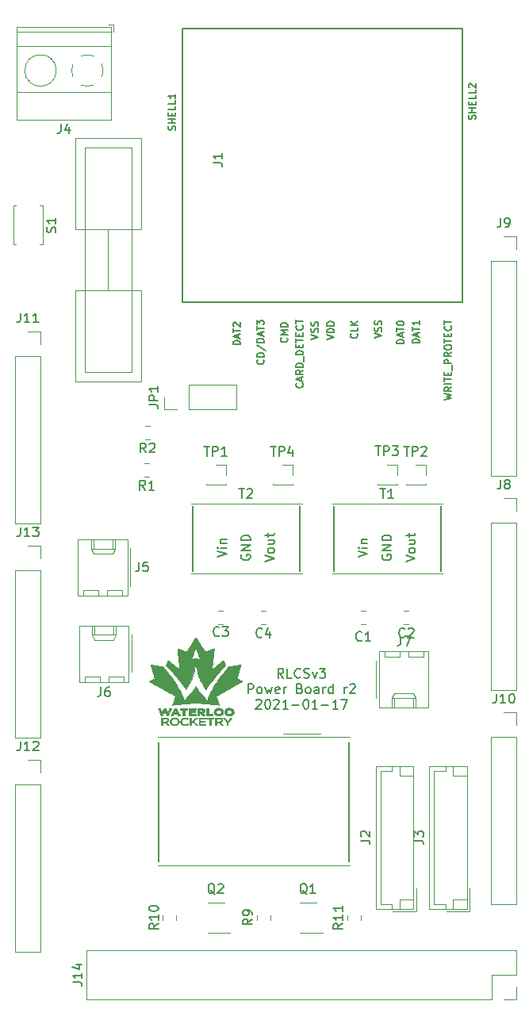
<source format=gbr>
G04 #@! TF.GenerationSoftware,KiCad,Pcbnew,(5.1.8)-1*
G04 #@! TF.CreationDate,2021-02-09T17:12:27-05:00*
G04 #@! TF.ProjectId,rlcs_power,726c6373-5f70-46f7-9765-722e6b696361,rev?*
G04 #@! TF.SameCoordinates,Original*
G04 #@! TF.FileFunction,Legend,Top*
G04 #@! TF.FilePolarity,Positive*
%FSLAX46Y46*%
G04 Gerber Fmt 4.6, Leading zero omitted, Abs format (unit mm)*
G04 Created by KiCad (PCBNEW (5.1.8)-1) date 2021-02-09 17:12:27*
%MOMM*%
%LPD*%
G01*
G04 APERTURE LIST*
%ADD10C,0.150000*%
%ADD11C,0.120000*%
%ADD12C,0.010000*%
G04 APERTURE END LIST*
D10*
X122531428Y-130882380D02*
X122198095Y-130406190D01*
X121960000Y-130882380D02*
X121960000Y-129882380D01*
X122340952Y-129882380D01*
X122436190Y-129930000D01*
X122483809Y-129977619D01*
X122531428Y-130072857D01*
X122531428Y-130215714D01*
X122483809Y-130310952D01*
X122436190Y-130358571D01*
X122340952Y-130406190D01*
X121960000Y-130406190D01*
X123436190Y-130882380D02*
X122960000Y-130882380D01*
X122960000Y-129882380D01*
X124340952Y-130787142D02*
X124293333Y-130834761D01*
X124150476Y-130882380D01*
X124055238Y-130882380D01*
X123912380Y-130834761D01*
X123817142Y-130739523D01*
X123769523Y-130644285D01*
X123721904Y-130453809D01*
X123721904Y-130310952D01*
X123769523Y-130120476D01*
X123817142Y-130025238D01*
X123912380Y-129930000D01*
X124055238Y-129882380D01*
X124150476Y-129882380D01*
X124293333Y-129930000D01*
X124340952Y-129977619D01*
X124721904Y-130834761D02*
X124864761Y-130882380D01*
X125102857Y-130882380D01*
X125198095Y-130834761D01*
X125245714Y-130787142D01*
X125293333Y-130691904D01*
X125293333Y-130596666D01*
X125245714Y-130501428D01*
X125198095Y-130453809D01*
X125102857Y-130406190D01*
X124912380Y-130358571D01*
X124817142Y-130310952D01*
X124769523Y-130263333D01*
X124721904Y-130168095D01*
X124721904Y-130072857D01*
X124769523Y-129977619D01*
X124817142Y-129930000D01*
X124912380Y-129882380D01*
X125150476Y-129882380D01*
X125293333Y-129930000D01*
X125626666Y-130215714D02*
X125864761Y-130882380D01*
X126102857Y-130215714D01*
X126388571Y-129882380D02*
X127007619Y-129882380D01*
X126674285Y-130263333D01*
X126817142Y-130263333D01*
X126912380Y-130310952D01*
X126960000Y-130358571D01*
X127007619Y-130453809D01*
X127007619Y-130691904D01*
X126960000Y-130787142D01*
X126912380Y-130834761D01*
X126817142Y-130882380D01*
X126531428Y-130882380D01*
X126436190Y-130834761D01*
X126388571Y-130787142D01*
X118769523Y-132532380D02*
X118769523Y-131532380D01*
X119150476Y-131532380D01*
X119245714Y-131580000D01*
X119293333Y-131627619D01*
X119340952Y-131722857D01*
X119340952Y-131865714D01*
X119293333Y-131960952D01*
X119245714Y-132008571D01*
X119150476Y-132056190D01*
X118769523Y-132056190D01*
X119912380Y-132532380D02*
X119817142Y-132484761D01*
X119769523Y-132437142D01*
X119721904Y-132341904D01*
X119721904Y-132056190D01*
X119769523Y-131960952D01*
X119817142Y-131913333D01*
X119912380Y-131865714D01*
X120055238Y-131865714D01*
X120150476Y-131913333D01*
X120198095Y-131960952D01*
X120245714Y-132056190D01*
X120245714Y-132341904D01*
X120198095Y-132437142D01*
X120150476Y-132484761D01*
X120055238Y-132532380D01*
X119912380Y-132532380D01*
X120579047Y-131865714D02*
X120769523Y-132532380D01*
X120960000Y-132056190D01*
X121150476Y-132532380D01*
X121340952Y-131865714D01*
X122102857Y-132484761D02*
X122007619Y-132532380D01*
X121817142Y-132532380D01*
X121721904Y-132484761D01*
X121674285Y-132389523D01*
X121674285Y-132008571D01*
X121721904Y-131913333D01*
X121817142Y-131865714D01*
X122007619Y-131865714D01*
X122102857Y-131913333D01*
X122150476Y-132008571D01*
X122150476Y-132103809D01*
X121674285Y-132199047D01*
X122579047Y-132532380D02*
X122579047Y-131865714D01*
X122579047Y-132056190D02*
X122626666Y-131960952D01*
X122674285Y-131913333D01*
X122769523Y-131865714D01*
X122864761Y-131865714D01*
X124293333Y-132008571D02*
X124436190Y-132056190D01*
X124483809Y-132103809D01*
X124531428Y-132199047D01*
X124531428Y-132341904D01*
X124483809Y-132437142D01*
X124436190Y-132484761D01*
X124340952Y-132532380D01*
X123960000Y-132532380D01*
X123960000Y-131532380D01*
X124293333Y-131532380D01*
X124388571Y-131580000D01*
X124436190Y-131627619D01*
X124483809Y-131722857D01*
X124483809Y-131818095D01*
X124436190Y-131913333D01*
X124388571Y-131960952D01*
X124293333Y-132008571D01*
X123960000Y-132008571D01*
X125102857Y-132532380D02*
X125007619Y-132484761D01*
X124960000Y-132437142D01*
X124912380Y-132341904D01*
X124912380Y-132056190D01*
X124960000Y-131960952D01*
X125007619Y-131913333D01*
X125102857Y-131865714D01*
X125245714Y-131865714D01*
X125340952Y-131913333D01*
X125388571Y-131960952D01*
X125436190Y-132056190D01*
X125436190Y-132341904D01*
X125388571Y-132437142D01*
X125340952Y-132484761D01*
X125245714Y-132532380D01*
X125102857Y-132532380D01*
X126293333Y-132532380D02*
X126293333Y-132008571D01*
X126245714Y-131913333D01*
X126150476Y-131865714D01*
X125960000Y-131865714D01*
X125864761Y-131913333D01*
X126293333Y-132484761D02*
X126198095Y-132532380D01*
X125960000Y-132532380D01*
X125864761Y-132484761D01*
X125817142Y-132389523D01*
X125817142Y-132294285D01*
X125864761Y-132199047D01*
X125960000Y-132151428D01*
X126198095Y-132151428D01*
X126293333Y-132103809D01*
X126769523Y-132532380D02*
X126769523Y-131865714D01*
X126769523Y-132056190D02*
X126817142Y-131960952D01*
X126864761Y-131913333D01*
X126960000Y-131865714D01*
X127055238Y-131865714D01*
X127817142Y-132532380D02*
X127817142Y-131532380D01*
X127817142Y-132484761D02*
X127721904Y-132532380D01*
X127531428Y-132532380D01*
X127436190Y-132484761D01*
X127388571Y-132437142D01*
X127340952Y-132341904D01*
X127340952Y-132056190D01*
X127388571Y-131960952D01*
X127436190Y-131913333D01*
X127531428Y-131865714D01*
X127721904Y-131865714D01*
X127817142Y-131913333D01*
X129055238Y-132532380D02*
X129055238Y-131865714D01*
X129055238Y-132056190D02*
X129102857Y-131960952D01*
X129150476Y-131913333D01*
X129245714Y-131865714D01*
X129340952Y-131865714D01*
X129626666Y-131627619D02*
X129674285Y-131580000D01*
X129769523Y-131532380D01*
X130007619Y-131532380D01*
X130102857Y-131580000D01*
X130150476Y-131627619D01*
X130198095Y-131722857D01*
X130198095Y-131818095D01*
X130150476Y-131960952D01*
X129579047Y-132532380D01*
X130198095Y-132532380D01*
X119602857Y-133277619D02*
X119650476Y-133230000D01*
X119745714Y-133182380D01*
X119983809Y-133182380D01*
X120079047Y-133230000D01*
X120126666Y-133277619D01*
X120174285Y-133372857D01*
X120174285Y-133468095D01*
X120126666Y-133610952D01*
X119555238Y-134182380D01*
X120174285Y-134182380D01*
X120793333Y-133182380D02*
X120888571Y-133182380D01*
X120983809Y-133230000D01*
X121031428Y-133277619D01*
X121079047Y-133372857D01*
X121126666Y-133563333D01*
X121126666Y-133801428D01*
X121079047Y-133991904D01*
X121031428Y-134087142D01*
X120983809Y-134134761D01*
X120888571Y-134182380D01*
X120793333Y-134182380D01*
X120698095Y-134134761D01*
X120650476Y-134087142D01*
X120602857Y-133991904D01*
X120555238Y-133801428D01*
X120555238Y-133563333D01*
X120602857Y-133372857D01*
X120650476Y-133277619D01*
X120698095Y-133230000D01*
X120793333Y-133182380D01*
X121507619Y-133277619D02*
X121555238Y-133230000D01*
X121650476Y-133182380D01*
X121888571Y-133182380D01*
X121983809Y-133230000D01*
X122031428Y-133277619D01*
X122079047Y-133372857D01*
X122079047Y-133468095D01*
X122031428Y-133610952D01*
X121460000Y-134182380D01*
X122079047Y-134182380D01*
X123031428Y-134182380D02*
X122460000Y-134182380D01*
X122745714Y-134182380D02*
X122745714Y-133182380D01*
X122650476Y-133325238D01*
X122555238Y-133420476D01*
X122460000Y-133468095D01*
X123460000Y-133801428D02*
X124221904Y-133801428D01*
X124888571Y-133182380D02*
X124983809Y-133182380D01*
X125079047Y-133230000D01*
X125126666Y-133277619D01*
X125174285Y-133372857D01*
X125221904Y-133563333D01*
X125221904Y-133801428D01*
X125174285Y-133991904D01*
X125126666Y-134087142D01*
X125079047Y-134134761D01*
X124983809Y-134182380D01*
X124888571Y-134182380D01*
X124793333Y-134134761D01*
X124745714Y-134087142D01*
X124698095Y-133991904D01*
X124650476Y-133801428D01*
X124650476Y-133563333D01*
X124698095Y-133372857D01*
X124745714Y-133277619D01*
X124793333Y-133230000D01*
X124888571Y-133182380D01*
X126174285Y-134182380D02*
X125602857Y-134182380D01*
X125888571Y-134182380D02*
X125888571Y-133182380D01*
X125793333Y-133325238D01*
X125698095Y-133420476D01*
X125602857Y-133468095D01*
X126602857Y-133801428D02*
X127364761Y-133801428D01*
X128364761Y-134182380D02*
X127793333Y-134182380D01*
X128079047Y-134182380D02*
X128079047Y-133182380D01*
X127983809Y-133325238D01*
X127888571Y-133420476D01*
X127793333Y-133468095D01*
X128698095Y-133182380D02*
X129364761Y-133182380D01*
X128936190Y-134182380D01*
X141605000Y-61595000D02*
X141605000Y-90805000D01*
X141605000Y-90805000D02*
X111760000Y-90805000D01*
X111760000Y-90805000D02*
X111760000Y-61595000D01*
X141605000Y-61595000D02*
X111760000Y-61595000D01*
D11*
X146050000Y-111700000D02*
X147380000Y-111700000D01*
X147380000Y-111700000D02*
X147380000Y-113030000D01*
X147380000Y-114300000D02*
X147380000Y-132140000D01*
X144720000Y-132140000D02*
X147380000Y-132140000D01*
X144720000Y-114300000D02*
X144720000Y-132140000D01*
X144720000Y-114300000D02*
X147380000Y-114300000D01*
X144720000Y-86360000D02*
X147380000Y-86360000D01*
X144720000Y-86360000D02*
X144720000Y-109280000D01*
X144720000Y-109280000D02*
X147380000Y-109280000D01*
X147380000Y-86360000D02*
X147380000Y-109280000D01*
X147380000Y-83760000D02*
X147380000Y-85090000D01*
X146050000Y-83760000D02*
X147380000Y-83760000D01*
X146050000Y-134560000D02*
X147380000Y-134560000D01*
X147380000Y-134560000D02*
X147380000Y-135890000D01*
X147380000Y-137160000D02*
X147380000Y-155000000D01*
X144720000Y-155000000D02*
X147380000Y-155000000D01*
X144720000Y-137160000D02*
X144720000Y-155000000D01*
X144720000Y-137160000D02*
X147380000Y-137160000D01*
X95250000Y-139640000D02*
X96580000Y-139640000D01*
X96580000Y-139640000D02*
X96580000Y-140970000D01*
X96580000Y-142240000D02*
X96580000Y-160080000D01*
X93920000Y-160080000D02*
X96580000Y-160080000D01*
X93920000Y-142240000D02*
X93920000Y-160080000D01*
X93920000Y-142240000D02*
X96580000Y-142240000D01*
X95250000Y-116780000D02*
X96580000Y-116780000D01*
X96580000Y-116780000D02*
X96580000Y-118110000D01*
X96580000Y-119380000D02*
X96580000Y-137220000D01*
X93920000Y-137220000D02*
X96580000Y-137220000D01*
X93920000Y-119380000D02*
X93920000Y-137220000D01*
X93920000Y-119380000D02*
X96580000Y-119380000D01*
X95250000Y-93920000D02*
X96580000Y-93920000D01*
X96580000Y-93920000D02*
X96580000Y-95250000D01*
X96580000Y-96520000D02*
X96580000Y-114360000D01*
X93920000Y-114360000D02*
X96580000Y-114360000D01*
X93920000Y-96520000D02*
X93920000Y-114360000D01*
X93920000Y-96520000D02*
X96580000Y-96520000D01*
X147380000Y-163830000D02*
X147380000Y-165160000D01*
X147380000Y-165160000D02*
X146050000Y-165160000D01*
X147380000Y-162560000D02*
X144780000Y-162560000D01*
X144780000Y-162560000D02*
X144780000Y-165160000D01*
X144780000Y-165160000D02*
X101540000Y-165160000D01*
X101540000Y-159960000D02*
X101540000Y-165160000D01*
X147380000Y-159960000D02*
X101540000Y-159960000D01*
X147380000Y-159960000D02*
X147380000Y-162560000D01*
D12*
G36*
X110984420Y-135122830D02*
G01*
X111071204Y-135144149D01*
X111152540Y-135177352D01*
X111222833Y-135220534D01*
X111234904Y-135230060D01*
X111290399Y-135287208D01*
X111332180Y-135354144D01*
X111359761Y-135427989D01*
X111372650Y-135505868D01*
X111370360Y-135584902D01*
X111352400Y-135662214D01*
X111320184Y-135731774D01*
X111272618Y-135793973D01*
X111209948Y-135849040D01*
X111136394Y-135893957D01*
X111056177Y-135925705D01*
X111044407Y-135928993D01*
X110985856Y-135939578D01*
X110916762Y-135944521D01*
X110844905Y-135943826D01*
X110778065Y-135937498D01*
X110734899Y-135928787D01*
X110648761Y-135896843D01*
X110573650Y-135851602D01*
X110510940Y-135794578D01*
X110462007Y-135727287D01*
X110428225Y-135651245D01*
X110411412Y-135572217D01*
X110411549Y-135509522D01*
X110531057Y-135509522D01*
X110534444Y-135581699D01*
X110555783Y-135651424D01*
X110594775Y-135716371D01*
X110628885Y-135754382D01*
X110689896Y-135801025D01*
X110760527Y-135833957D01*
X110837681Y-135852500D01*
X110918258Y-135855974D01*
X110999160Y-135843701D01*
X111015761Y-135839101D01*
X111086273Y-135809710D01*
X111144776Y-135768868D01*
X111190979Y-135718823D01*
X111224587Y-135661818D01*
X111245308Y-135600101D01*
X111252850Y-135535916D01*
X111246919Y-135471509D01*
X111227224Y-135409126D01*
X111193470Y-135351012D01*
X111145365Y-135299414D01*
X111091099Y-135261276D01*
X111018484Y-135229216D01*
X110942060Y-135212347D01*
X110864672Y-135210082D01*
X110789164Y-135221832D01*
X110718383Y-135247009D01*
X110655173Y-135285024D01*
X110602379Y-135335288D01*
X110579328Y-135367118D01*
X110545919Y-135437220D01*
X110531057Y-135509522D01*
X110411549Y-135509522D01*
X110411594Y-135489080D01*
X110429640Y-135410527D01*
X110463945Y-135338066D01*
X110512903Y-135273208D01*
X110574907Y-135217460D01*
X110648352Y-135172332D01*
X110731631Y-135139331D01*
X110823139Y-135119968D01*
X110897785Y-135115300D01*
X110984420Y-135122830D01*
G37*
X110984420Y-135122830D02*
X111071204Y-135144149D01*
X111152540Y-135177352D01*
X111222833Y-135220534D01*
X111234904Y-135230060D01*
X111290399Y-135287208D01*
X111332180Y-135354144D01*
X111359761Y-135427989D01*
X111372650Y-135505868D01*
X111370360Y-135584902D01*
X111352400Y-135662214D01*
X111320184Y-135731774D01*
X111272618Y-135793973D01*
X111209948Y-135849040D01*
X111136394Y-135893957D01*
X111056177Y-135925705D01*
X111044407Y-135928993D01*
X110985856Y-135939578D01*
X110916762Y-135944521D01*
X110844905Y-135943826D01*
X110778065Y-135937498D01*
X110734899Y-135928787D01*
X110648761Y-135896843D01*
X110573650Y-135851602D01*
X110510940Y-135794578D01*
X110462007Y-135727287D01*
X110428225Y-135651245D01*
X110411412Y-135572217D01*
X110411549Y-135509522D01*
X110531057Y-135509522D01*
X110534444Y-135581699D01*
X110555783Y-135651424D01*
X110594775Y-135716371D01*
X110628885Y-135754382D01*
X110689896Y-135801025D01*
X110760527Y-135833957D01*
X110837681Y-135852500D01*
X110918258Y-135855974D01*
X110999160Y-135843701D01*
X111015761Y-135839101D01*
X111086273Y-135809710D01*
X111144776Y-135768868D01*
X111190979Y-135718823D01*
X111224587Y-135661818D01*
X111245308Y-135600101D01*
X111252850Y-135535916D01*
X111246919Y-135471509D01*
X111227224Y-135409126D01*
X111193470Y-135351012D01*
X111145365Y-135299414D01*
X111091099Y-135261276D01*
X111018484Y-135229216D01*
X110942060Y-135212347D01*
X110864672Y-135210082D01*
X110789164Y-135221832D01*
X110718383Y-135247009D01*
X110655173Y-135285024D01*
X110602379Y-135335288D01*
X110579328Y-135367118D01*
X110545919Y-135437220D01*
X110531057Y-135509522D01*
X110411549Y-135509522D01*
X110411594Y-135489080D01*
X110429640Y-135410527D01*
X110463945Y-135338066D01*
X110512903Y-135273208D01*
X110574907Y-135217460D01*
X110648352Y-135172332D01*
X110731631Y-135139331D01*
X110823139Y-135119968D01*
X110897785Y-135115300D01*
X110984420Y-135122830D01*
G36*
X112092713Y-135126446D02*
G01*
X112180327Y-135148779D01*
X112258918Y-135183027D01*
X112307607Y-135214470D01*
X112349705Y-135246533D01*
X112271121Y-135320073D01*
X112227776Y-135289883D01*
X112193753Y-135269165D01*
X112152327Y-135247978D01*
X112125363Y-135236180D01*
X112092503Y-135224267D01*
X112062878Y-135217156D01*
X112029107Y-135213682D01*
X111983807Y-135212677D01*
X111976647Y-135212667D01*
X111928972Y-135213464D01*
X111893892Y-135216607D01*
X111864130Y-135223217D01*
X111832412Y-135234419D01*
X111830258Y-135235274D01*
X111761786Y-135271540D01*
X111704572Y-135319905D01*
X111660262Y-135377635D01*
X111630503Y-135441998D01*
X111616940Y-135510259D01*
X111621220Y-135579687D01*
X111621622Y-135581668D01*
X111645842Y-135656177D01*
X111684893Y-135720776D01*
X111737533Y-135774327D01*
X111802519Y-135815694D01*
X111878608Y-135843743D01*
X111917299Y-135851910D01*
X111997941Y-135856843D01*
X112078037Y-135844881D01*
X112157452Y-135816056D01*
X112230801Y-135773994D01*
X112281704Y-135739544D01*
X112315940Y-135767750D01*
X112336131Y-135786112D01*
X112348427Y-135800628D01*
X112350176Y-135804877D01*
X112342208Y-135815944D01*
X112320168Y-135833984D01*
X112286849Y-135856959D01*
X112245046Y-135882833D01*
X112236176Y-135888023D01*
X112176632Y-135914226D01*
X112104388Y-135932888D01*
X112024875Y-135943480D01*
X111943528Y-135945474D01*
X111865779Y-135938339D01*
X111819883Y-135928592D01*
X111734219Y-135896745D01*
X111659435Y-135851374D01*
X111596942Y-135793856D01*
X111548152Y-135725566D01*
X111514477Y-135647879D01*
X111507961Y-135624681D01*
X111497469Y-135572884D01*
X111494808Y-135527586D01*
X111500010Y-135480682D01*
X111508627Y-135441414D01*
X111537996Y-135361640D01*
X111583249Y-135290833D01*
X111642774Y-135230291D01*
X111714961Y-135181314D01*
X111798199Y-135145199D01*
X111890875Y-135123243D01*
X111906124Y-135121173D01*
X112000003Y-135116940D01*
X112092713Y-135126446D01*
G37*
X112092713Y-135126446D02*
X112180327Y-135148779D01*
X112258918Y-135183027D01*
X112307607Y-135214470D01*
X112349705Y-135246533D01*
X112271121Y-135320073D01*
X112227776Y-135289883D01*
X112193753Y-135269165D01*
X112152327Y-135247978D01*
X112125363Y-135236180D01*
X112092503Y-135224267D01*
X112062878Y-135217156D01*
X112029107Y-135213682D01*
X111983807Y-135212677D01*
X111976647Y-135212667D01*
X111928972Y-135213464D01*
X111893892Y-135216607D01*
X111864130Y-135223217D01*
X111832412Y-135234419D01*
X111830258Y-135235274D01*
X111761786Y-135271540D01*
X111704572Y-135319905D01*
X111660262Y-135377635D01*
X111630503Y-135441998D01*
X111616940Y-135510259D01*
X111621220Y-135579687D01*
X111621622Y-135581668D01*
X111645842Y-135656177D01*
X111684893Y-135720776D01*
X111737533Y-135774327D01*
X111802519Y-135815694D01*
X111878608Y-135843743D01*
X111917299Y-135851910D01*
X111997941Y-135856843D01*
X112078037Y-135844881D01*
X112157452Y-135816056D01*
X112230801Y-135773994D01*
X112281704Y-135739544D01*
X112315940Y-135767750D01*
X112336131Y-135786112D01*
X112348427Y-135800628D01*
X112350176Y-135804877D01*
X112342208Y-135815944D01*
X112320168Y-135833984D01*
X112286849Y-135856959D01*
X112245046Y-135882833D01*
X112236176Y-135888023D01*
X112176632Y-135914226D01*
X112104388Y-135932888D01*
X112024875Y-135943480D01*
X111943528Y-135945474D01*
X111865779Y-135938339D01*
X111819883Y-135928592D01*
X111734219Y-135896745D01*
X111659435Y-135851374D01*
X111596942Y-135793856D01*
X111548152Y-135725566D01*
X111514477Y-135647879D01*
X111507961Y-135624681D01*
X111497469Y-135572884D01*
X111494808Y-135527586D01*
X111500010Y-135480682D01*
X111508627Y-135441414D01*
X111537996Y-135361640D01*
X111583249Y-135290833D01*
X111642774Y-135230291D01*
X111714961Y-135181314D01*
X111798199Y-135145199D01*
X111890875Y-135123243D01*
X111906124Y-135121173D01*
X112000003Y-135116940D01*
X112092713Y-135126446D01*
G36*
X109836758Y-135132510D02*
G01*
X109907800Y-135133589D01*
X109964533Y-135135848D01*
X110009758Y-135139659D01*
X110046280Y-135145400D01*
X110076899Y-135153444D01*
X110104421Y-135164167D01*
X110131646Y-135177944D01*
X110144528Y-135185229D01*
X110193785Y-135223535D01*
X110222580Y-135259219D01*
X110239117Y-135286736D01*
X110248336Y-135310616D01*
X110252220Y-135338073D01*
X110252808Y-135369286D01*
X110244154Y-135434331D01*
X110218987Y-135489904D01*
X110177311Y-135536000D01*
X110119128Y-135572616D01*
X110065937Y-135593450D01*
X110008876Y-135611548D01*
X110148585Y-135769679D01*
X110188105Y-135814590D01*
X110223290Y-135854918D01*
X110252472Y-135888723D01*
X110273985Y-135914068D01*
X110286162Y-135929014D01*
X110288294Y-135932188D01*
X110279181Y-135934361D01*
X110255228Y-135935928D01*
X110221513Y-135936565D01*
X110219646Y-135936567D01*
X110150998Y-135936567D01*
X110013167Y-135779933D01*
X109875335Y-135623300D01*
X109620921Y-135623300D01*
X109620921Y-135936567D01*
X109501392Y-135936567D01*
X109501392Y-135540278D01*
X109620921Y-135540278D01*
X109797725Y-135537130D01*
X109863851Y-135535721D01*
X109913562Y-135533962D01*
X109950363Y-135531530D01*
X109977760Y-135528099D01*
X109999259Y-135523342D01*
X110018366Y-135516935D01*
X110019353Y-135516554D01*
X110072272Y-135488356D01*
X110110178Y-135452165D01*
X110132105Y-135410466D01*
X110137087Y-135365744D01*
X110124161Y-135320486D01*
X110106267Y-135292666D01*
X110081525Y-135268533D01*
X110048887Y-135249653D01*
X110006166Y-135235552D01*
X109951174Y-135225754D01*
X109881725Y-135219783D01*
X109795631Y-135217164D01*
X109757882Y-135216949D01*
X109620921Y-135216900D01*
X109620921Y-135540278D01*
X109501392Y-135540278D01*
X109501392Y-135132233D01*
X109748604Y-135132233D01*
X109836758Y-135132510D01*
G37*
X109836758Y-135132510D02*
X109907800Y-135133589D01*
X109964533Y-135135848D01*
X110009758Y-135139659D01*
X110046280Y-135145400D01*
X110076899Y-135153444D01*
X110104421Y-135164167D01*
X110131646Y-135177944D01*
X110144528Y-135185229D01*
X110193785Y-135223535D01*
X110222580Y-135259219D01*
X110239117Y-135286736D01*
X110248336Y-135310616D01*
X110252220Y-135338073D01*
X110252808Y-135369286D01*
X110244154Y-135434331D01*
X110218987Y-135489904D01*
X110177311Y-135536000D01*
X110119128Y-135572616D01*
X110065937Y-135593450D01*
X110008876Y-135611548D01*
X110148585Y-135769679D01*
X110188105Y-135814590D01*
X110223290Y-135854918D01*
X110252472Y-135888723D01*
X110273985Y-135914068D01*
X110286162Y-135929014D01*
X110288294Y-135932188D01*
X110279181Y-135934361D01*
X110255228Y-135935928D01*
X110221513Y-135936565D01*
X110219646Y-135936567D01*
X110150998Y-135936567D01*
X110013167Y-135779933D01*
X109875335Y-135623300D01*
X109620921Y-135623300D01*
X109620921Y-135936567D01*
X109501392Y-135936567D01*
X109501392Y-135540278D01*
X109620921Y-135540278D01*
X109797725Y-135537130D01*
X109863851Y-135535721D01*
X109913562Y-135533962D01*
X109950363Y-135531530D01*
X109977760Y-135528099D01*
X109999259Y-135523342D01*
X110018366Y-135516935D01*
X110019353Y-135516554D01*
X110072272Y-135488356D01*
X110110178Y-135452165D01*
X110132105Y-135410466D01*
X110137087Y-135365744D01*
X110124161Y-135320486D01*
X110106267Y-135292666D01*
X110081525Y-135268533D01*
X110048887Y-135249653D01*
X110006166Y-135235552D01*
X109951174Y-135225754D01*
X109881725Y-135219783D01*
X109795631Y-135217164D01*
X109757882Y-135216949D01*
X109620921Y-135216900D01*
X109620921Y-135540278D01*
X109501392Y-135540278D01*
X109501392Y-135132233D01*
X109748604Y-135132233D01*
X109836758Y-135132510D01*
G36*
X113246773Y-135133938D02*
G01*
X113321353Y-135136467D01*
X113121030Y-135309368D01*
X112920708Y-135482270D01*
X113128501Y-135704416D01*
X113177925Y-135757398D01*
X113223145Y-135806150D01*
X113262722Y-135849099D01*
X113295215Y-135884670D01*
X113319184Y-135911290D01*
X113333188Y-135927383D01*
X113336294Y-135931564D01*
X113327174Y-135934028D01*
X113303172Y-135935815D01*
X113269324Y-135936562D01*
X113266482Y-135936567D01*
X113196669Y-135936567D01*
X113020779Y-135748183D01*
X112975326Y-135699506D01*
X112933980Y-135655231D01*
X112898337Y-135617071D01*
X112869997Y-135586737D01*
X112850558Y-135565939D01*
X112841619Y-135556389D01*
X112841249Y-135555998D01*
X112833314Y-135560251D01*
X112814002Y-135574529D01*
X112785919Y-135596800D01*
X112751673Y-135625031D01*
X112738325Y-135636273D01*
X112639039Y-135720349D01*
X112639039Y-135936567D01*
X112529470Y-135936567D01*
X112529470Y-135132233D01*
X112639039Y-135132233D01*
X112639039Y-135601709D01*
X112815472Y-135445288D01*
X112869740Y-135397225D01*
X112925197Y-135348199D01*
X112978544Y-135301118D01*
X113026484Y-135258892D01*
X113065719Y-135224429D01*
X113082049Y-135210138D01*
X113172193Y-135131410D01*
X113246773Y-135133938D01*
G37*
X113246773Y-135133938D02*
X113321353Y-135136467D01*
X113121030Y-135309368D01*
X112920708Y-135482270D01*
X113128501Y-135704416D01*
X113177925Y-135757398D01*
X113223145Y-135806150D01*
X113262722Y-135849099D01*
X113295215Y-135884670D01*
X113319184Y-135911290D01*
X113333188Y-135927383D01*
X113336294Y-135931564D01*
X113327174Y-135934028D01*
X113303172Y-135935815D01*
X113269324Y-135936562D01*
X113266482Y-135936567D01*
X113196669Y-135936567D01*
X113020779Y-135748183D01*
X112975326Y-135699506D01*
X112933980Y-135655231D01*
X112898337Y-135617071D01*
X112869997Y-135586737D01*
X112850558Y-135565939D01*
X112841619Y-135556389D01*
X112841249Y-135555998D01*
X112833314Y-135560251D01*
X112814002Y-135574529D01*
X112785919Y-135596800D01*
X112751673Y-135625031D01*
X112738325Y-135636273D01*
X112639039Y-135720349D01*
X112639039Y-135936567D01*
X112529470Y-135936567D01*
X112529470Y-135132233D01*
X112639039Y-135132233D01*
X112639039Y-135601709D01*
X112815472Y-135445288D01*
X112869740Y-135397225D01*
X112925197Y-135348199D01*
X112978544Y-135301118D01*
X113026484Y-135258892D01*
X113065719Y-135224429D01*
X113082049Y-135210138D01*
X113172193Y-135131410D01*
X113246773Y-135133938D01*
G36*
X114182960Y-135216900D02*
G01*
X113605235Y-135216900D01*
X113605235Y-135487833D01*
X114123196Y-135487833D01*
X114123196Y-135572500D01*
X113605235Y-135572500D01*
X113605235Y-135843433D01*
X114182960Y-135843433D01*
X114182960Y-135936567D01*
X113495666Y-135936567D01*
X113495666Y-135132233D01*
X114182960Y-135132233D01*
X114182960Y-135216900D01*
G37*
X114182960Y-135216900D02*
X113605235Y-135216900D01*
X113605235Y-135487833D01*
X114123196Y-135487833D01*
X114123196Y-135572500D01*
X113605235Y-135572500D01*
X113605235Y-135843433D01*
X114182960Y-135843433D01*
X114182960Y-135936567D01*
X113495666Y-135936567D01*
X113495666Y-135132233D01*
X114182960Y-135132233D01*
X114182960Y-135216900D01*
G36*
X115069470Y-135216900D02*
G01*
X114760686Y-135216900D01*
X114760686Y-135936567D01*
X114641157Y-135936567D01*
X114641157Y-135216900D01*
X114322411Y-135216900D01*
X114322411Y-135132233D01*
X115069470Y-135132233D01*
X115069470Y-135216900D01*
G37*
X115069470Y-135216900D02*
X114760686Y-135216900D01*
X114760686Y-135936567D01*
X114641157Y-135936567D01*
X114641157Y-135216900D01*
X114322411Y-135216900D01*
X114322411Y-135132233D01*
X115069470Y-135132233D01*
X115069470Y-135216900D01*
G36*
X115593945Y-135132506D02*
G01*
X115664859Y-135133575D01*
X115721501Y-135135818D01*
X115766692Y-135139612D01*
X115803255Y-135145332D01*
X115834010Y-135153357D01*
X115861780Y-135164063D01*
X115889386Y-135177828D01*
X115902699Y-135185229D01*
X115951880Y-135222917D01*
X115987323Y-135270759D01*
X116007892Y-135325793D01*
X116012455Y-135385058D01*
X116001126Y-135441999D01*
X115974372Y-135491980D01*
X115931599Y-135536594D01*
X115876542Y-135572646D01*
X115823340Y-135594034D01*
X115765406Y-135611336D01*
X115905516Y-135768348D01*
X115945237Y-135813091D01*
X115980586Y-135853351D01*
X116009879Y-135887175D01*
X116031435Y-135912609D01*
X116043569Y-135927700D01*
X116045627Y-135930963D01*
X116036515Y-135933744D01*
X116012564Y-135935749D01*
X115978852Y-135936564D01*
X115976979Y-135936567D01*
X115908332Y-135936567D01*
X115770500Y-135779933D01*
X115632669Y-135623300D01*
X115378255Y-135623300D01*
X115378255Y-135936567D01*
X115258725Y-135936567D01*
X115258725Y-135540278D01*
X115378255Y-135540278D01*
X115555058Y-135537130D01*
X115621185Y-135535721D01*
X115670895Y-135533962D01*
X115707696Y-135531530D01*
X115735093Y-135528099D01*
X115756592Y-135523342D01*
X115775699Y-135516935D01*
X115776686Y-135516554D01*
X115829606Y-135488356D01*
X115867511Y-135452165D01*
X115889438Y-135410466D01*
X115894421Y-135365744D01*
X115881494Y-135320486D01*
X115863600Y-135292666D01*
X115838858Y-135268533D01*
X115806220Y-135249653D01*
X115763499Y-135235552D01*
X115708508Y-135225754D01*
X115639059Y-135219783D01*
X115552965Y-135217164D01*
X115515215Y-135216949D01*
X115378255Y-135216900D01*
X115378255Y-135540278D01*
X115258725Y-135540278D01*
X115258725Y-135132233D01*
X115505937Y-135132233D01*
X115593945Y-135132506D01*
G37*
X115593945Y-135132506D02*
X115664859Y-135133575D01*
X115721501Y-135135818D01*
X115766692Y-135139612D01*
X115803255Y-135145332D01*
X115834010Y-135153357D01*
X115861780Y-135164063D01*
X115889386Y-135177828D01*
X115902699Y-135185229D01*
X115951880Y-135222917D01*
X115987323Y-135270759D01*
X116007892Y-135325793D01*
X116012455Y-135385058D01*
X116001126Y-135441999D01*
X115974372Y-135491980D01*
X115931599Y-135536594D01*
X115876542Y-135572646D01*
X115823340Y-135594034D01*
X115765406Y-135611336D01*
X115905516Y-135768348D01*
X115945237Y-135813091D01*
X115980586Y-135853351D01*
X116009879Y-135887175D01*
X116031435Y-135912609D01*
X116043569Y-135927700D01*
X116045627Y-135930963D01*
X116036515Y-135933744D01*
X116012564Y-135935749D01*
X115978852Y-135936564D01*
X115976979Y-135936567D01*
X115908332Y-135936567D01*
X115770500Y-135779933D01*
X115632669Y-135623300D01*
X115378255Y-135623300D01*
X115378255Y-135936567D01*
X115258725Y-135936567D01*
X115258725Y-135540278D01*
X115378255Y-135540278D01*
X115555058Y-135537130D01*
X115621185Y-135535721D01*
X115670895Y-135533962D01*
X115707696Y-135531530D01*
X115735093Y-135528099D01*
X115756592Y-135523342D01*
X115775699Y-135516935D01*
X115776686Y-135516554D01*
X115829606Y-135488356D01*
X115867511Y-135452165D01*
X115889438Y-135410466D01*
X115894421Y-135365744D01*
X115881494Y-135320486D01*
X115863600Y-135292666D01*
X115838858Y-135268533D01*
X115806220Y-135249653D01*
X115763499Y-135235552D01*
X115708508Y-135225754D01*
X115639059Y-135219783D01*
X115552965Y-135217164D01*
X115515215Y-135216949D01*
X115378255Y-135216900D01*
X115378255Y-135540278D01*
X115258725Y-135540278D01*
X115258725Y-135132233D01*
X115505937Y-135132233D01*
X115593945Y-135132506D01*
G36*
X116393743Y-135326866D02*
G01*
X116433834Y-135377399D01*
X116470319Y-135422796D01*
X116501748Y-135461303D01*
X116526675Y-135491167D01*
X116543650Y-135510631D01*
X116551226Y-135517941D01*
X116551429Y-135517923D01*
X116557937Y-135510253D01*
X116574157Y-135490434D01*
X116598594Y-135460316D01*
X116629751Y-135421747D01*
X116666131Y-135376577D01*
X116706237Y-135326655D01*
X116707239Y-135325407D01*
X116858842Y-135136467D01*
X116925372Y-135133963D01*
X116958823Y-135133480D01*
X116982713Y-135134616D01*
X116991901Y-135137125D01*
X116991902Y-135137144D01*
X116986447Y-135145211D01*
X116970950Y-135165562D01*
X116946705Y-135196556D01*
X116915012Y-135236557D01*
X116877166Y-135283924D01*
X116834464Y-135337019D01*
X116797666Y-135382535D01*
X116603431Y-135622241D01*
X116603431Y-135936567D01*
X116493862Y-135936567D01*
X116493862Y-135624351D01*
X116313279Y-135401575D01*
X116268294Y-135346098D01*
X116226180Y-135294190D01*
X116188470Y-135247743D01*
X116156701Y-135208646D01*
X116132406Y-135178789D01*
X116117122Y-135160061D01*
X116113385Y-135155517D01*
X116094074Y-135132233D01*
X116240262Y-135132233D01*
X116393743Y-135326866D01*
G37*
X116393743Y-135326866D02*
X116433834Y-135377399D01*
X116470319Y-135422796D01*
X116501748Y-135461303D01*
X116526675Y-135491167D01*
X116543650Y-135510631D01*
X116551226Y-135517941D01*
X116551429Y-135517923D01*
X116557937Y-135510253D01*
X116574157Y-135490434D01*
X116598594Y-135460316D01*
X116629751Y-135421747D01*
X116666131Y-135376577D01*
X116706237Y-135326655D01*
X116707239Y-135325407D01*
X116858842Y-135136467D01*
X116925372Y-135133963D01*
X116958823Y-135133480D01*
X116982713Y-135134616D01*
X116991901Y-135137125D01*
X116991902Y-135137144D01*
X116986447Y-135145211D01*
X116970950Y-135165562D01*
X116946705Y-135196556D01*
X116915012Y-135236557D01*
X116877166Y-135283924D01*
X116834464Y-135337019D01*
X116797666Y-135382535D01*
X116603431Y-135622241D01*
X116603431Y-135936567D01*
X116493862Y-135936567D01*
X116493862Y-135624351D01*
X116313279Y-135401575D01*
X116268294Y-135346098D01*
X116226180Y-135294190D01*
X116188470Y-135247743D01*
X116156701Y-135208646D01*
X116132406Y-135178789D01*
X116117122Y-135160061D01*
X116113385Y-135155517D01*
X116094074Y-135132233D01*
X116240262Y-135132233D01*
X116393743Y-135326866D01*
G36*
X115688660Y-134090007D02*
G01*
X115782748Y-134112170D01*
X115867309Y-134147720D01*
X115940823Y-134195522D01*
X116001770Y-134254439D01*
X116048631Y-134323336D01*
X116079888Y-134401076D01*
X116091657Y-134460041D01*
X116091622Y-134539728D01*
X116072828Y-134617893D01*
X116036395Y-134691896D01*
X115983442Y-134759097D01*
X115952577Y-134788083D01*
X115882814Y-134839310D01*
X115809251Y-134876021D01*
X115728571Y-134899324D01*
X115637457Y-134910326D01*
X115582848Y-134911543D01*
X115534355Y-134909840D01*
X115486023Y-134905821D01*
X115446613Y-134900265D01*
X115439061Y-134898701D01*
X115351381Y-134870103D01*
X115272054Y-134827128D01*
X115203616Y-134771591D01*
X115148598Y-134705311D01*
X115132312Y-134678718D01*
X115115195Y-134646530D01*
X115104089Y-134619919D01*
X115097385Y-134592897D01*
X115093479Y-134559473D01*
X115091396Y-134526176D01*
X115091846Y-134498193D01*
X115315419Y-134498193D01*
X115316477Y-134536556D01*
X115321706Y-134565698D01*
X115332923Y-134593211D01*
X115342235Y-134610282D01*
X115381527Y-134660879D01*
X115432934Y-134700322D01*
X115493160Y-134727582D01*
X115558910Y-134741628D01*
X115626888Y-134741433D01*
X115693800Y-134725968D01*
X115702360Y-134722738D01*
X115762487Y-134690109D01*
X115810001Y-134646320D01*
X115843624Y-134594134D01*
X115862078Y-134536317D01*
X115864084Y-134475634D01*
X115848364Y-134414848D01*
X115846614Y-134410767D01*
X115813528Y-134355128D01*
X115767462Y-134311304D01*
X115715482Y-134281050D01*
X115683236Y-134267323D01*
X115654432Y-134259682D01*
X115620560Y-134256458D01*
X115587431Y-134255936D01*
X115544454Y-134256967D01*
X115512767Y-134261186D01*
X115483815Y-134270279D01*
X115458709Y-134281334D01*
X115398622Y-134318374D01*
X115354662Y-134365304D01*
X115326969Y-134421915D01*
X115315684Y-134487992D01*
X115315419Y-134498193D01*
X115091846Y-134498193D01*
X115092685Y-134446047D01*
X115106545Y-134376695D01*
X115134376Y-134314880D01*
X115177574Y-134257360D01*
X115228362Y-134208616D01*
X115305657Y-134153726D01*
X115390970Y-134114331D01*
X115484055Y-134090517D01*
X115584670Y-134082369D01*
X115586562Y-134082366D01*
X115688660Y-134090007D01*
G37*
X115688660Y-134090007D02*
X115782748Y-134112170D01*
X115867309Y-134147720D01*
X115940823Y-134195522D01*
X116001770Y-134254439D01*
X116048631Y-134323336D01*
X116079888Y-134401076D01*
X116091657Y-134460041D01*
X116091622Y-134539728D01*
X116072828Y-134617893D01*
X116036395Y-134691896D01*
X115983442Y-134759097D01*
X115952577Y-134788083D01*
X115882814Y-134839310D01*
X115809251Y-134876021D01*
X115728571Y-134899324D01*
X115637457Y-134910326D01*
X115582848Y-134911543D01*
X115534355Y-134909840D01*
X115486023Y-134905821D01*
X115446613Y-134900265D01*
X115439061Y-134898701D01*
X115351381Y-134870103D01*
X115272054Y-134827128D01*
X115203616Y-134771591D01*
X115148598Y-134705311D01*
X115132312Y-134678718D01*
X115115195Y-134646530D01*
X115104089Y-134619919D01*
X115097385Y-134592897D01*
X115093479Y-134559473D01*
X115091396Y-134526176D01*
X115091846Y-134498193D01*
X115315419Y-134498193D01*
X115316477Y-134536556D01*
X115321706Y-134565698D01*
X115332923Y-134593211D01*
X115342235Y-134610282D01*
X115381527Y-134660879D01*
X115432934Y-134700322D01*
X115493160Y-134727582D01*
X115558910Y-134741628D01*
X115626888Y-134741433D01*
X115693800Y-134725968D01*
X115702360Y-134722738D01*
X115762487Y-134690109D01*
X115810001Y-134646320D01*
X115843624Y-134594134D01*
X115862078Y-134536317D01*
X115864084Y-134475634D01*
X115848364Y-134414848D01*
X115846614Y-134410767D01*
X115813528Y-134355128D01*
X115767462Y-134311304D01*
X115715482Y-134281050D01*
X115683236Y-134267323D01*
X115654432Y-134259682D01*
X115620560Y-134256458D01*
X115587431Y-134255936D01*
X115544454Y-134256967D01*
X115512767Y-134261186D01*
X115483815Y-134270279D01*
X115458709Y-134281334D01*
X115398622Y-134318374D01*
X115354662Y-134365304D01*
X115326969Y-134421915D01*
X115315684Y-134487992D01*
X115315419Y-134498193D01*
X115091846Y-134498193D01*
X115092685Y-134446047D01*
X115106545Y-134376695D01*
X115134376Y-134314880D01*
X115177574Y-134257360D01*
X115228362Y-134208616D01*
X115305657Y-134153726D01*
X115390970Y-134114331D01*
X115484055Y-134090517D01*
X115584670Y-134082369D01*
X115586562Y-134082366D01*
X115688660Y-134090007D01*
G36*
X116793339Y-134085729D02*
G01*
X116884633Y-134101583D01*
X116971075Y-134131008D01*
X117049756Y-134174081D01*
X117070908Y-134189288D01*
X117125709Y-134236896D01*
X117166453Y-134286937D01*
X117197974Y-134345691D01*
X117205740Y-134364391D01*
X117227829Y-134445174D01*
X117231123Y-134525026D01*
X117216722Y-134602179D01*
X117185729Y-134674864D01*
X117139244Y-134741312D01*
X117078370Y-134799756D01*
X117004208Y-134848425D01*
X116917858Y-134885552D01*
X116873055Y-134898592D01*
X116811749Y-134908679D01*
X116740152Y-134912336D01*
X116666310Y-134909713D01*
X116598270Y-134900961D01*
X116563588Y-134892831D01*
X116483173Y-134864472D01*
X116415653Y-134828909D01*
X116356339Y-134784329D01*
X116299161Y-134723153D01*
X116258299Y-134654621D01*
X116233714Y-134581043D01*
X116225991Y-134510407D01*
X116455516Y-134510407D01*
X116462230Y-134560720D01*
X116477070Y-134603598D01*
X116481483Y-134611533D01*
X116523170Y-134662714D01*
X116576997Y-134702183D01*
X116639782Y-134728842D01*
X116708347Y-134741592D01*
X116779511Y-134739335D01*
X116823842Y-134729830D01*
X116883039Y-134704307D01*
X116931570Y-134666798D01*
X116968476Y-134620106D01*
X116992801Y-134567029D01*
X117003587Y-134510369D01*
X116999879Y-134452926D01*
X116980718Y-134397502D01*
X116952052Y-134354636D01*
X116902536Y-134309468D01*
X116843569Y-134276954D01*
X116778515Y-134257851D01*
X116710736Y-134252922D01*
X116643597Y-134262925D01*
X116605325Y-134276278D01*
X116561577Y-134302240D01*
X116519873Y-134339124D01*
X116485899Y-134381201D01*
X116468271Y-134414332D01*
X116457380Y-134459372D01*
X116455516Y-134510407D01*
X116225991Y-134510407D01*
X116225370Y-134504733D01*
X116233228Y-134428002D01*
X116257251Y-134353163D01*
X116297399Y-134282527D01*
X116353635Y-134218408D01*
X116365823Y-134207424D01*
X116437775Y-134156539D01*
X116519410Y-134118852D01*
X116607820Y-134094439D01*
X116700099Y-134083373D01*
X116793339Y-134085729D01*
G37*
X116793339Y-134085729D02*
X116884633Y-134101583D01*
X116971075Y-134131008D01*
X117049756Y-134174081D01*
X117070908Y-134189288D01*
X117125709Y-134236896D01*
X117166453Y-134286937D01*
X117197974Y-134345691D01*
X117205740Y-134364391D01*
X117227829Y-134445174D01*
X117231123Y-134525026D01*
X117216722Y-134602179D01*
X117185729Y-134674864D01*
X117139244Y-134741312D01*
X117078370Y-134799756D01*
X117004208Y-134848425D01*
X116917858Y-134885552D01*
X116873055Y-134898592D01*
X116811749Y-134908679D01*
X116740152Y-134912336D01*
X116666310Y-134909713D01*
X116598270Y-134900961D01*
X116563588Y-134892831D01*
X116483173Y-134864472D01*
X116415653Y-134828909D01*
X116356339Y-134784329D01*
X116299161Y-134723153D01*
X116258299Y-134654621D01*
X116233714Y-134581043D01*
X116225991Y-134510407D01*
X116455516Y-134510407D01*
X116462230Y-134560720D01*
X116477070Y-134603598D01*
X116481483Y-134611533D01*
X116523170Y-134662714D01*
X116576997Y-134702183D01*
X116639782Y-134728842D01*
X116708347Y-134741592D01*
X116779511Y-134739335D01*
X116823842Y-134729830D01*
X116883039Y-134704307D01*
X116931570Y-134666798D01*
X116968476Y-134620106D01*
X116992801Y-134567029D01*
X117003587Y-134510369D01*
X116999879Y-134452926D01*
X116980718Y-134397502D01*
X116952052Y-134354636D01*
X116902536Y-134309468D01*
X116843569Y-134276954D01*
X116778515Y-134257851D01*
X116710736Y-134252922D01*
X116643597Y-134262925D01*
X116605325Y-134276278D01*
X116561577Y-134302240D01*
X116519873Y-134339124D01*
X116485899Y-134381201D01*
X116468271Y-134414332D01*
X116457380Y-134459372D01*
X116455516Y-134510407D01*
X116225991Y-134510407D01*
X116225370Y-134504733D01*
X116233228Y-134428002D01*
X116257251Y-134353163D01*
X116297399Y-134282527D01*
X116353635Y-134218408D01*
X116365823Y-134207424D01*
X116437775Y-134156539D01*
X116519410Y-134118852D01*
X116607820Y-134094439D01*
X116700099Y-134083373D01*
X116793339Y-134085729D01*
G36*
X110053323Y-134351183D02*
G01*
X110077910Y-134413535D01*
X110100680Y-134470404D01*
X110120841Y-134519880D01*
X110137603Y-134560055D01*
X110150172Y-134589020D01*
X110157759Y-134604867D01*
X110159531Y-134607300D01*
X110163808Y-134599520D01*
X110173061Y-134577497D01*
X110186535Y-134543205D01*
X110203473Y-134498617D01*
X110223118Y-134445706D01*
X110244715Y-134386448D01*
X110253514Y-134362012D01*
X110275768Y-134300299D01*
X110296386Y-134243686D01*
X110314596Y-134194245D01*
X110329630Y-134154044D01*
X110340718Y-134125155D01*
X110347090Y-134109646D01*
X110348091Y-134107722D01*
X110361398Y-134103551D01*
X110392890Y-134101195D01*
X110440934Y-134100746D01*
X110464652Y-134101126D01*
X110574667Y-134103533D01*
X110415286Y-134503583D01*
X110255906Y-134903633D01*
X110063721Y-134903633D01*
X109965375Y-134660216D01*
X109940623Y-134599244D01*
X109917754Y-134543466D01*
X109897610Y-134494893D01*
X109881033Y-134455537D01*
X109868868Y-134427412D01*
X109861957Y-134412528D01*
X109860875Y-134410754D01*
X109856246Y-134416919D01*
X109846050Y-134437251D01*
X109831114Y-134469880D01*
X109812264Y-134512935D01*
X109790328Y-134564546D01*
X109766133Y-134622841D01*
X109754200Y-134652054D01*
X109653682Y-134899400D01*
X109557442Y-134901825D01*
X109509087Y-134902374D01*
X109477852Y-134900958D01*
X109461040Y-134897350D01*
X109456392Y-134893358D01*
X109450884Y-134880102D01*
X109440035Y-134853307D01*
X109424589Y-134814851D01*
X109405292Y-134766611D01*
X109382889Y-134710466D01*
X109358126Y-134648292D01*
X109331746Y-134581967D01*
X109304495Y-134513370D01*
X109277119Y-134444377D01*
X109250363Y-134376866D01*
X109224971Y-134312714D01*
X109201688Y-134253800D01*
X109181261Y-134202000D01*
X109164434Y-134159193D01*
X109151951Y-134127256D01*
X109144559Y-134108066D01*
X109142804Y-134103167D01*
X109152108Y-134101634D01*
X109177416Y-134100747D01*
X109214823Y-134100574D01*
X109258728Y-134101148D01*
X109374653Y-134103533D01*
X109465140Y-134355416D01*
X109487595Y-134417461D01*
X109508360Y-134473956D01*
X109526696Y-134522954D01*
X109541861Y-134562507D01*
X109553113Y-134590670D01*
X109559712Y-134605494D01*
X109561004Y-134607300D01*
X109565337Y-134599575D01*
X109575105Y-134577672D01*
X109589521Y-134543499D01*
X109607797Y-134498964D01*
X109629147Y-134445977D01*
X109652783Y-134386444D01*
X109666637Y-134351183D01*
X109766892Y-134095066D01*
X109953068Y-134095066D01*
X110053323Y-134351183D01*
G37*
X110053323Y-134351183D02*
X110077910Y-134413535D01*
X110100680Y-134470404D01*
X110120841Y-134519880D01*
X110137603Y-134560055D01*
X110150172Y-134589020D01*
X110157759Y-134604867D01*
X110159531Y-134607300D01*
X110163808Y-134599520D01*
X110173061Y-134577497D01*
X110186535Y-134543205D01*
X110203473Y-134498617D01*
X110223118Y-134445706D01*
X110244715Y-134386448D01*
X110253514Y-134362012D01*
X110275768Y-134300299D01*
X110296386Y-134243686D01*
X110314596Y-134194245D01*
X110329630Y-134154044D01*
X110340718Y-134125155D01*
X110347090Y-134109646D01*
X110348091Y-134107722D01*
X110361398Y-134103551D01*
X110392890Y-134101195D01*
X110440934Y-134100746D01*
X110464652Y-134101126D01*
X110574667Y-134103533D01*
X110415286Y-134503583D01*
X110255906Y-134903633D01*
X110063721Y-134903633D01*
X109965375Y-134660216D01*
X109940623Y-134599244D01*
X109917754Y-134543466D01*
X109897610Y-134494893D01*
X109881033Y-134455537D01*
X109868868Y-134427412D01*
X109861957Y-134412528D01*
X109860875Y-134410754D01*
X109856246Y-134416919D01*
X109846050Y-134437251D01*
X109831114Y-134469880D01*
X109812264Y-134512935D01*
X109790328Y-134564546D01*
X109766133Y-134622841D01*
X109754200Y-134652054D01*
X109653682Y-134899400D01*
X109557442Y-134901825D01*
X109509087Y-134902374D01*
X109477852Y-134900958D01*
X109461040Y-134897350D01*
X109456392Y-134893358D01*
X109450884Y-134880102D01*
X109440035Y-134853307D01*
X109424589Y-134814851D01*
X109405292Y-134766611D01*
X109382889Y-134710466D01*
X109358126Y-134648292D01*
X109331746Y-134581967D01*
X109304495Y-134513370D01*
X109277119Y-134444377D01*
X109250363Y-134376866D01*
X109224971Y-134312714D01*
X109201688Y-134253800D01*
X109181261Y-134202000D01*
X109164434Y-134159193D01*
X109151951Y-134127256D01*
X109144559Y-134108066D01*
X109142804Y-134103167D01*
X109152108Y-134101634D01*
X109177416Y-134100747D01*
X109214823Y-134100574D01*
X109258728Y-134101148D01*
X109374653Y-134103533D01*
X109465140Y-134355416D01*
X109487595Y-134417461D01*
X109508360Y-134473956D01*
X109526696Y-134522954D01*
X109541861Y-134562507D01*
X109553113Y-134590670D01*
X109559712Y-134605494D01*
X109561004Y-134607300D01*
X109565337Y-134599575D01*
X109575105Y-134577672D01*
X109589521Y-134543499D01*
X109607797Y-134498964D01*
X109629147Y-134445977D01*
X109652783Y-134386444D01*
X109666637Y-134351183D01*
X109766892Y-134095066D01*
X109953068Y-134095066D01*
X110053323Y-134351183D01*
G36*
X111502186Y-134899400D02*
G01*
X111391629Y-134901807D01*
X111346526Y-134902211D01*
X111308982Y-134901461D01*
X111283335Y-134899714D01*
X111274144Y-134897574D01*
X111267825Y-134887324D01*
X111256237Y-134864893D01*
X111241208Y-134833919D01*
X111229289Y-134808383D01*
X111191363Y-134725833D01*
X110798485Y-134725833D01*
X110756451Y-134814733D01*
X110714416Y-134903633D01*
X110605943Y-134903633D01*
X110561154Y-134902951D01*
X110525688Y-134901090D01*
X110503345Y-134898327D01*
X110497470Y-134895697D01*
X110501262Y-134886578D01*
X110512148Y-134863390D01*
X110529392Y-134827630D01*
X110552256Y-134780800D01*
X110580005Y-134724400D01*
X110611903Y-134659930D01*
X110647214Y-134588889D01*
X110666548Y-134550150D01*
X110885851Y-134550150D01*
X110895181Y-134552690D01*
X110920426Y-134554747D01*
X110957580Y-134556090D01*
X110996575Y-134556500D01*
X111044711Y-134556289D01*
X111076096Y-134555356D01*
X111093897Y-134553250D01*
X111101281Y-134549519D01*
X111101417Y-134543712D01*
X111100601Y-134541683D01*
X111082213Y-134501253D01*
X111062485Y-134459210D01*
X111042876Y-134418506D01*
X111024847Y-134382093D01*
X111009856Y-134352924D01*
X110999363Y-134333950D01*
X110994993Y-134328031D01*
X110989720Y-134335292D01*
X110978816Y-134354886D01*
X110963959Y-134383396D01*
X110946828Y-134417403D01*
X110929103Y-134453490D01*
X110912464Y-134488238D01*
X110898591Y-134518229D01*
X110889162Y-134540046D01*
X110885851Y-134550150D01*
X110666548Y-134550150D01*
X110685201Y-134512778D01*
X110695891Y-134491413D01*
X110894311Y-134095066D01*
X111099404Y-134095066D01*
X111502186Y-134899400D01*
G37*
X111502186Y-134899400D02*
X111391629Y-134901807D01*
X111346526Y-134902211D01*
X111308982Y-134901461D01*
X111283335Y-134899714D01*
X111274144Y-134897574D01*
X111267825Y-134887324D01*
X111256237Y-134864893D01*
X111241208Y-134833919D01*
X111229289Y-134808383D01*
X111191363Y-134725833D01*
X110798485Y-134725833D01*
X110756451Y-134814733D01*
X110714416Y-134903633D01*
X110605943Y-134903633D01*
X110561154Y-134902951D01*
X110525688Y-134901090D01*
X110503345Y-134898327D01*
X110497470Y-134895697D01*
X110501262Y-134886578D01*
X110512148Y-134863390D01*
X110529392Y-134827630D01*
X110552256Y-134780800D01*
X110580005Y-134724400D01*
X110611903Y-134659930D01*
X110647214Y-134588889D01*
X110666548Y-134550150D01*
X110885851Y-134550150D01*
X110895181Y-134552690D01*
X110920426Y-134554747D01*
X110957580Y-134556090D01*
X110996575Y-134556500D01*
X111044711Y-134556289D01*
X111076096Y-134555356D01*
X111093897Y-134553250D01*
X111101281Y-134549519D01*
X111101417Y-134543712D01*
X111100601Y-134541683D01*
X111082213Y-134501253D01*
X111062485Y-134459210D01*
X111042876Y-134418506D01*
X111024847Y-134382093D01*
X111009856Y-134352924D01*
X110999363Y-134333950D01*
X110994993Y-134328031D01*
X110989720Y-134335292D01*
X110978816Y-134354886D01*
X110963959Y-134383396D01*
X110946828Y-134417403D01*
X110929103Y-134453490D01*
X110912464Y-134488238D01*
X110898591Y-134518229D01*
X110889162Y-134540046D01*
X110885851Y-134550150D01*
X110666548Y-134550150D01*
X110685201Y-134512778D01*
X110695891Y-134491413D01*
X110894311Y-134095066D01*
X111099404Y-134095066D01*
X111502186Y-134899400D01*
G36*
X112280451Y-134268633D02*
G01*
X111991588Y-134268633D01*
X111991588Y-134903633D01*
X111782411Y-134903633D01*
X111782411Y-134268633D01*
X111493549Y-134268633D01*
X111493549Y-134099300D01*
X112280451Y-134099300D01*
X112280451Y-134268633D01*
G37*
X112280451Y-134268633D02*
X111991588Y-134268633D01*
X111991588Y-134903633D01*
X111782411Y-134903633D01*
X111782411Y-134268633D01*
X111493549Y-134268633D01*
X111493549Y-134099300D01*
X112280451Y-134099300D01*
X112280451Y-134268633D01*
G36*
X113147039Y-134260166D02*
G01*
X112639039Y-134260166D01*
X112639039Y-134412566D01*
X113087274Y-134412566D01*
X113087274Y-134581900D01*
X112639039Y-134581900D01*
X112639039Y-134734300D01*
X113157000Y-134734300D01*
X113157000Y-134903633D01*
X112429862Y-134903633D01*
X112429862Y-134099300D01*
X113147039Y-134099300D01*
X113147039Y-134260166D01*
G37*
X113147039Y-134260166D02*
X112639039Y-134260166D01*
X112639039Y-134412566D01*
X113087274Y-134412566D01*
X113087274Y-134581900D01*
X112639039Y-134581900D01*
X112639039Y-134734300D01*
X113157000Y-134734300D01*
X113157000Y-134903633D01*
X112429862Y-134903633D01*
X112429862Y-134099300D01*
X113147039Y-134099300D01*
X113147039Y-134260166D01*
G36*
X113670681Y-134099418D02*
G01*
X113735047Y-134099870D01*
X113785192Y-134100801D01*
X113823966Y-134102357D01*
X113854218Y-134104685D01*
X113878798Y-134107930D01*
X113900556Y-134112238D01*
X113915877Y-134116029D01*
X113985669Y-134142284D01*
X114041812Y-134180861D01*
X114084444Y-134231859D01*
X114089499Y-134240267D01*
X114104291Y-134269145D01*
X114112719Y-134296063D01*
X114116450Y-134328029D01*
X114117156Y-134356466D01*
X114115782Y-134394417D01*
X114111808Y-134430698D01*
X114106057Y-134458115D01*
X114105289Y-134460461D01*
X114087847Y-134491893D01*
X114058385Y-134526970D01*
X114022024Y-134560714D01*
X113983888Y-134588144D01*
X113962191Y-134599541D01*
X113923454Y-134616339D01*
X113966844Y-134668969D01*
X113993779Y-134701821D01*
X114024075Y-134739057D01*
X114055416Y-134777801D01*
X114085490Y-134815174D01*
X114111984Y-134848300D01*
X114132584Y-134874300D01*
X114144977Y-134890297D01*
X114146981Y-134893050D01*
X114145801Y-134897549D01*
X114133424Y-134900623D01*
X114107488Y-134902474D01*
X114065626Y-134903305D01*
X114026666Y-134903391D01*
X113899078Y-134903149D01*
X113799470Y-134776734D01*
X113699862Y-134650318D01*
X113622666Y-134649976D01*
X113545470Y-134649633D01*
X113545470Y-134903633D01*
X113326333Y-134903633D01*
X113326333Y-134260166D01*
X113545470Y-134260166D01*
X113545470Y-134480300D01*
X113672470Y-134480287D01*
X113730194Y-134479773D01*
X113772068Y-134478001D01*
X113802137Y-134474599D01*
X113824446Y-134469197D01*
X113834333Y-134465470D01*
X113870168Y-134441691D01*
X113892415Y-134409177D01*
X113900201Y-134372230D01*
X113892652Y-134335153D01*
X113868892Y-134302246D01*
X113867718Y-134301189D01*
X113841655Y-134284098D01*
X113806146Y-134272012D01*
X113758363Y-134264394D01*
X113695474Y-134260711D01*
X113650628Y-134260166D01*
X113545470Y-134260166D01*
X113326333Y-134260166D01*
X113326333Y-134099300D01*
X113589245Y-134099300D01*
X113670681Y-134099418D01*
G37*
X113670681Y-134099418D02*
X113735047Y-134099870D01*
X113785192Y-134100801D01*
X113823966Y-134102357D01*
X113854218Y-134104685D01*
X113878798Y-134107930D01*
X113900556Y-134112238D01*
X113915877Y-134116029D01*
X113985669Y-134142284D01*
X114041812Y-134180861D01*
X114084444Y-134231859D01*
X114089499Y-134240267D01*
X114104291Y-134269145D01*
X114112719Y-134296063D01*
X114116450Y-134328029D01*
X114117156Y-134356466D01*
X114115782Y-134394417D01*
X114111808Y-134430698D01*
X114106057Y-134458115D01*
X114105289Y-134460461D01*
X114087847Y-134491893D01*
X114058385Y-134526970D01*
X114022024Y-134560714D01*
X113983888Y-134588144D01*
X113962191Y-134599541D01*
X113923454Y-134616339D01*
X113966844Y-134668969D01*
X113993779Y-134701821D01*
X114024075Y-134739057D01*
X114055416Y-134777801D01*
X114085490Y-134815174D01*
X114111984Y-134848300D01*
X114132584Y-134874300D01*
X114144977Y-134890297D01*
X114146981Y-134893050D01*
X114145801Y-134897549D01*
X114133424Y-134900623D01*
X114107488Y-134902474D01*
X114065626Y-134903305D01*
X114026666Y-134903391D01*
X113899078Y-134903149D01*
X113799470Y-134776734D01*
X113699862Y-134650318D01*
X113622666Y-134649976D01*
X113545470Y-134649633D01*
X113545470Y-134903633D01*
X113326333Y-134903633D01*
X113326333Y-134260166D01*
X113545470Y-134260166D01*
X113545470Y-134480300D01*
X113672470Y-134480287D01*
X113730194Y-134479773D01*
X113772068Y-134478001D01*
X113802137Y-134474599D01*
X113824446Y-134469197D01*
X113834333Y-134465470D01*
X113870168Y-134441691D01*
X113892415Y-134409177D01*
X113900201Y-134372230D01*
X113892652Y-134335153D01*
X113868892Y-134302246D01*
X113867718Y-134301189D01*
X113841655Y-134284098D01*
X113806146Y-134272012D01*
X113758363Y-134264394D01*
X113695474Y-134260711D01*
X113650628Y-134260166D01*
X113545470Y-134260166D01*
X113326333Y-134260166D01*
X113326333Y-134099300D01*
X113589245Y-134099300D01*
X113670681Y-134099418D01*
G36*
X114511666Y-134734300D02*
G01*
X114979823Y-134734300D01*
X114979823Y-134903633D01*
X114292529Y-134903633D01*
X114292529Y-134099300D01*
X114511666Y-134099300D01*
X114511666Y-134734300D01*
G37*
X114511666Y-134734300D02*
X114979823Y-134734300D01*
X114979823Y-134903633D01*
X114292529Y-134903633D01*
X114292529Y-134099300D01*
X114511666Y-134099300D01*
X114511666Y-134734300D01*
G36*
X108348789Y-129463946D02*
G01*
X108376629Y-129467821D01*
X108420079Y-129474351D01*
X108477176Y-129483213D01*
X108545954Y-129494082D01*
X108624449Y-129506635D01*
X108710697Y-129520550D01*
X108802733Y-129535502D01*
X108898594Y-129551169D01*
X108996314Y-129567226D01*
X109093929Y-129583351D01*
X109189475Y-129599219D01*
X109280987Y-129614509D01*
X109366501Y-129628896D01*
X109444053Y-129642056D01*
X109511678Y-129653667D01*
X109567411Y-129663406D01*
X109609289Y-129670947D01*
X109635346Y-129675970D01*
X109643158Y-129677825D01*
X109655678Y-129686896D01*
X109678284Y-129708068D01*
X109709453Y-129739679D01*
X109747662Y-129780068D01*
X109791390Y-129827575D01*
X109839113Y-129880537D01*
X109889310Y-129937294D01*
X109940457Y-129996184D01*
X109991033Y-130055547D01*
X110009576Y-130077633D01*
X110163026Y-130265341D01*
X110315144Y-130459520D01*
X110465156Y-130658888D01*
X110612282Y-130862166D01*
X110755747Y-131068072D01*
X110894772Y-131275324D01*
X111028580Y-131482642D01*
X111156395Y-131688745D01*
X111277439Y-131892352D01*
X111390934Y-132092182D01*
X111496103Y-132286953D01*
X111592170Y-132475385D01*
X111678356Y-132656196D01*
X111753885Y-132828106D01*
X111817979Y-132989834D01*
X111869861Y-133140098D01*
X111872163Y-133147423D01*
X111904126Y-133249646D01*
X111995171Y-133168522D01*
X112192716Y-132986336D01*
X112373830Y-132805977D01*
X112541149Y-132624374D01*
X112697310Y-132438454D01*
X112844951Y-132245144D01*
X112986709Y-132041371D01*
X113062005Y-131925483D01*
X113090031Y-131881970D01*
X113115161Y-131844119D01*
X113135782Y-131814266D01*
X113150281Y-131794748D01*
X113157000Y-131787900D01*
X113163915Y-131794993D01*
X113178537Y-131814717D01*
X113199253Y-131844733D01*
X113224449Y-131882706D01*
X113251994Y-131925483D01*
X113391635Y-132136168D01*
X113535727Y-132334727D01*
X113686906Y-132524233D01*
X113847808Y-132707757D01*
X114021072Y-132888373D01*
X114209333Y-133069153D01*
X114318866Y-133168555D01*
X114409949Y-133249713D01*
X114432323Y-133177090D01*
X114485568Y-133019364D01*
X114551405Y-132850246D01*
X114629127Y-132670949D01*
X114718026Y-132482688D01*
X114817396Y-132286679D01*
X114926530Y-132084135D01*
X115044720Y-131876273D01*
X115171259Y-131664305D01*
X115305441Y-131449448D01*
X115446557Y-131232915D01*
X115593902Y-131015922D01*
X115746769Y-130799683D01*
X115904449Y-130585413D01*
X116056519Y-130386760D01*
X116126021Y-130298553D01*
X116195657Y-130211756D01*
X116264421Y-130127524D01*
X116331305Y-130047010D01*
X116395301Y-129971367D01*
X116455403Y-129901748D01*
X116510603Y-129839307D01*
X116559894Y-129785195D01*
X116602270Y-129740568D01*
X116636722Y-129706577D01*
X116662243Y-129684376D01*
X116677828Y-129675119D01*
X116678137Y-129675052D01*
X116703928Y-129670272D01*
X116745561Y-129662967D01*
X116801071Y-129653458D01*
X116868498Y-129642066D01*
X116945878Y-129629110D01*
X117031250Y-129614911D01*
X117122652Y-129599790D01*
X117218120Y-129584068D01*
X117315694Y-129568065D01*
X117413411Y-129552101D01*
X117509308Y-129536497D01*
X117601423Y-129521574D01*
X117687794Y-129507652D01*
X117766459Y-129495051D01*
X117835456Y-129484093D01*
X117892822Y-129475098D01*
X117936595Y-129468386D01*
X117964813Y-129464278D01*
X117975514Y-129463094D01*
X117975548Y-129463110D01*
X117973866Y-129471749D01*
X117967558Y-129495619D01*
X117956965Y-129533555D01*
X117942428Y-129584388D01*
X117924288Y-129646954D01*
X117902887Y-129720085D01*
X117878566Y-129802614D01*
X117851668Y-129893375D01*
X117822532Y-129991201D01*
X117791501Y-130094925D01*
X117758916Y-130203382D01*
X117758609Y-130204401D01*
X117726007Y-130312856D01*
X117694936Y-130416557D01*
X117665738Y-130514341D01*
X117638755Y-130605045D01*
X117614331Y-130687505D01*
X117592807Y-130760559D01*
X117574528Y-130823043D01*
X117559835Y-130873793D01*
X117549071Y-130911647D01*
X117542580Y-130935441D01*
X117540703Y-130944012D01*
X117540709Y-130944018D01*
X117550026Y-130948635D01*
X117574675Y-130960592D01*
X117612633Y-130978916D01*
X117661877Y-131002632D01*
X117720386Y-131030767D01*
X117786137Y-131062345D01*
X117841473Y-131088896D01*
X117911222Y-131122603D01*
X117974965Y-131153901D01*
X118030735Y-131181785D01*
X118076561Y-131205249D01*
X118110475Y-131223289D01*
X118130508Y-131234898D01*
X118135223Y-131238864D01*
X118126693Y-131244242D01*
X118102334Y-131258381D01*
X118063012Y-131280797D01*
X118009589Y-131311008D01*
X117942930Y-131348531D01*
X117863898Y-131392883D01*
X117773357Y-131443581D01*
X117672171Y-131500143D01*
X117561203Y-131562085D01*
X117441319Y-131628925D01*
X117313380Y-131700180D01*
X117178252Y-131775366D01*
X117036798Y-131854002D01*
X116889881Y-131935604D01*
X116738367Y-132019690D01*
X116727847Y-132025525D01*
X116576035Y-132109788D01*
X116428766Y-132191630D01*
X116286904Y-132270568D01*
X116151312Y-132346115D01*
X116022855Y-132417789D01*
X115902397Y-132485103D01*
X115790802Y-132547574D01*
X115688932Y-132604717D01*
X115597654Y-132656047D01*
X115517830Y-132701079D01*
X115450324Y-132739329D01*
X115396000Y-132770313D01*
X115355723Y-132793544D01*
X115330356Y-132808540D01*
X115320762Y-132814815D01*
X115320705Y-132814911D01*
X115323135Y-132824695D01*
X115331119Y-132849118D01*
X115344124Y-132886695D01*
X115361614Y-132935943D01*
X115383056Y-132995376D01*
X115407915Y-133063511D01*
X115435656Y-133138863D01*
X115465746Y-133219948D01*
X115487477Y-133278141D01*
X115518931Y-133362357D01*
X115548494Y-133441891D01*
X115575622Y-133515255D01*
X115599771Y-133580957D01*
X115620397Y-133637507D01*
X115636955Y-133683417D01*
X115648901Y-133717196D01*
X115655691Y-133737353D01*
X115657085Y-133742525D01*
X115650989Y-133750020D01*
X115630412Y-133750018D01*
X115624784Y-133749253D01*
X115610942Y-133747654D01*
X115578557Y-133744172D01*
X115528863Y-133738936D01*
X115463099Y-133732072D01*
X115382500Y-133723709D01*
X115288304Y-133713974D01*
X115181746Y-133702994D01*
X115064064Y-133690896D01*
X114936495Y-133677809D01*
X114800274Y-133663859D01*
X114656638Y-133649174D01*
X114506825Y-133633882D01*
X114375821Y-133620529D01*
X113159230Y-133496602D01*
X111945389Y-133620240D01*
X111791371Y-133635936D01*
X111642410Y-133651134D01*
X111499753Y-133665706D01*
X111364642Y-133679524D01*
X111238324Y-133692459D01*
X111122042Y-133704385D01*
X111017042Y-133715172D01*
X110924568Y-133724694D01*
X110845866Y-133732823D01*
X110782179Y-133739430D01*
X110734754Y-133744388D01*
X110704833Y-133747569D01*
X110694196Y-133748766D01*
X110667434Y-133750214D01*
X110657113Y-133745020D01*
X110656843Y-133743204D01*
X110659781Y-133733405D01*
X110668237Y-133708956D01*
X110681668Y-133671337D01*
X110699535Y-133622029D01*
X110721296Y-133562513D01*
X110746410Y-133494270D01*
X110774336Y-133418780D01*
X110804535Y-133337525D01*
X110827100Y-133277033D01*
X110858506Y-133192669D01*
X110887917Y-133113077D01*
X110914805Y-133039728D01*
X110938640Y-132974094D01*
X110958894Y-132917646D01*
X110975037Y-132871855D01*
X110986541Y-132838192D01*
X110992877Y-132818130D01*
X110993944Y-132812937D01*
X110985368Y-132807478D01*
X110960965Y-132793259D01*
X110921598Y-132770764D01*
X110868133Y-132740475D01*
X110801432Y-132702876D01*
X110722361Y-132658451D01*
X110631782Y-132607683D01*
X110530561Y-132551054D01*
X110419561Y-132489050D01*
X110299647Y-132422152D01*
X110171682Y-132350845D01*
X110036531Y-132275612D01*
X109895058Y-132196936D01*
X109748127Y-132115301D01*
X109596601Y-132031189D01*
X109586080Y-132025352D01*
X109434285Y-131941099D01*
X109287029Y-131859300D01*
X109145176Y-131780435D01*
X109009590Y-131704989D01*
X108881134Y-131633443D01*
X108760673Y-131566281D01*
X108649069Y-131503985D01*
X108547187Y-131447039D01*
X108455890Y-131395924D01*
X108376042Y-131351124D01*
X108308506Y-131313122D01*
X108254146Y-131282400D01*
X108213826Y-131259440D01*
X108188409Y-131244726D01*
X108178760Y-131238741D01*
X108178697Y-131238662D01*
X108186363Y-131232899D01*
X108209472Y-131219916D01*
X108246055Y-131200714D01*
X108294140Y-131176299D01*
X108351758Y-131147673D01*
X108416936Y-131115839D01*
X108472519Y-131089063D01*
X108542550Y-131055502D01*
X108606924Y-131024607D01*
X108663615Y-130997355D01*
X108710602Y-130974719D01*
X108745859Y-130957674D01*
X108767363Y-130947195D01*
X108773290Y-130944204D01*
X108771468Y-130935787D01*
X108765027Y-130912134D01*
X108754310Y-130874409D01*
X108739660Y-130823775D01*
X108721419Y-130761396D01*
X108699930Y-130688435D01*
X108675536Y-130606057D01*
X108648580Y-130515425D01*
X108619403Y-130417702D01*
X108588350Y-130314053D01*
X108555763Y-130205640D01*
X108555390Y-130204401D01*
X108522793Y-130095905D01*
X108491748Y-129992129D01*
X108462597Y-129894239D01*
X108435681Y-129803403D01*
X108411341Y-129720787D01*
X108389919Y-129647558D01*
X108371755Y-129584883D01*
X108357192Y-129533929D01*
X108346571Y-129495861D01*
X108340232Y-129471848D01*
X108338517Y-129463055D01*
X108338524Y-129463048D01*
X108348789Y-129463946D01*
G37*
X108348789Y-129463946D02*
X108376629Y-129467821D01*
X108420079Y-129474351D01*
X108477176Y-129483213D01*
X108545954Y-129494082D01*
X108624449Y-129506635D01*
X108710697Y-129520550D01*
X108802733Y-129535502D01*
X108898594Y-129551169D01*
X108996314Y-129567226D01*
X109093929Y-129583351D01*
X109189475Y-129599219D01*
X109280987Y-129614509D01*
X109366501Y-129628896D01*
X109444053Y-129642056D01*
X109511678Y-129653667D01*
X109567411Y-129663406D01*
X109609289Y-129670947D01*
X109635346Y-129675970D01*
X109643158Y-129677825D01*
X109655678Y-129686896D01*
X109678284Y-129708068D01*
X109709453Y-129739679D01*
X109747662Y-129780068D01*
X109791390Y-129827575D01*
X109839113Y-129880537D01*
X109889310Y-129937294D01*
X109940457Y-129996184D01*
X109991033Y-130055547D01*
X110009576Y-130077633D01*
X110163026Y-130265341D01*
X110315144Y-130459520D01*
X110465156Y-130658888D01*
X110612282Y-130862166D01*
X110755747Y-131068072D01*
X110894772Y-131275324D01*
X111028580Y-131482642D01*
X111156395Y-131688745D01*
X111277439Y-131892352D01*
X111390934Y-132092182D01*
X111496103Y-132286953D01*
X111592170Y-132475385D01*
X111678356Y-132656196D01*
X111753885Y-132828106D01*
X111817979Y-132989834D01*
X111869861Y-133140098D01*
X111872163Y-133147423D01*
X111904126Y-133249646D01*
X111995171Y-133168522D01*
X112192716Y-132986336D01*
X112373830Y-132805977D01*
X112541149Y-132624374D01*
X112697310Y-132438454D01*
X112844951Y-132245144D01*
X112986709Y-132041371D01*
X113062005Y-131925483D01*
X113090031Y-131881970D01*
X113115161Y-131844119D01*
X113135782Y-131814266D01*
X113150281Y-131794748D01*
X113157000Y-131787900D01*
X113163915Y-131794993D01*
X113178537Y-131814717D01*
X113199253Y-131844733D01*
X113224449Y-131882706D01*
X113251994Y-131925483D01*
X113391635Y-132136168D01*
X113535727Y-132334727D01*
X113686906Y-132524233D01*
X113847808Y-132707757D01*
X114021072Y-132888373D01*
X114209333Y-133069153D01*
X114318866Y-133168555D01*
X114409949Y-133249713D01*
X114432323Y-133177090D01*
X114485568Y-133019364D01*
X114551405Y-132850246D01*
X114629127Y-132670949D01*
X114718026Y-132482688D01*
X114817396Y-132286679D01*
X114926530Y-132084135D01*
X115044720Y-131876273D01*
X115171259Y-131664305D01*
X115305441Y-131449448D01*
X115446557Y-131232915D01*
X115593902Y-131015922D01*
X115746769Y-130799683D01*
X115904449Y-130585413D01*
X116056519Y-130386760D01*
X116126021Y-130298553D01*
X116195657Y-130211756D01*
X116264421Y-130127524D01*
X116331305Y-130047010D01*
X116395301Y-129971367D01*
X116455403Y-129901748D01*
X116510603Y-129839307D01*
X116559894Y-129785195D01*
X116602270Y-129740568D01*
X116636722Y-129706577D01*
X116662243Y-129684376D01*
X116677828Y-129675119D01*
X116678137Y-129675052D01*
X116703928Y-129670272D01*
X116745561Y-129662967D01*
X116801071Y-129653458D01*
X116868498Y-129642066D01*
X116945878Y-129629110D01*
X117031250Y-129614911D01*
X117122652Y-129599790D01*
X117218120Y-129584068D01*
X117315694Y-129568065D01*
X117413411Y-129552101D01*
X117509308Y-129536497D01*
X117601423Y-129521574D01*
X117687794Y-129507652D01*
X117766459Y-129495051D01*
X117835456Y-129484093D01*
X117892822Y-129475098D01*
X117936595Y-129468386D01*
X117964813Y-129464278D01*
X117975514Y-129463094D01*
X117975548Y-129463110D01*
X117973866Y-129471749D01*
X117967558Y-129495619D01*
X117956965Y-129533555D01*
X117942428Y-129584388D01*
X117924288Y-129646954D01*
X117902887Y-129720085D01*
X117878566Y-129802614D01*
X117851668Y-129893375D01*
X117822532Y-129991201D01*
X117791501Y-130094925D01*
X117758916Y-130203382D01*
X117758609Y-130204401D01*
X117726007Y-130312856D01*
X117694936Y-130416557D01*
X117665738Y-130514341D01*
X117638755Y-130605045D01*
X117614331Y-130687505D01*
X117592807Y-130760559D01*
X117574528Y-130823043D01*
X117559835Y-130873793D01*
X117549071Y-130911647D01*
X117542580Y-130935441D01*
X117540703Y-130944012D01*
X117540709Y-130944018D01*
X117550026Y-130948635D01*
X117574675Y-130960592D01*
X117612633Y-130978916D01*
X117661877Y-131002632D01*
X117720386Y-131030767D01*
X117786137Y-131062345D01*
X117841473Y-131088896D01*
X117911222Y-131122603D01*
X117974965Y-131153901D01*
X118030735Y-131181785D01*
X118076561Y-131205249D01*
X118110475Y-131223289D01*
X118130508Y-131234898D01*
X118135223Y-131238864D01*
X118126693Y-131244242D01*
X118102334Y-131258381D01*
X118063012Y-131280797D01*
X118009589Y-131311008D01*
X117942930Y-131348531D01*
X117863898Y-131392883D01*
X117773357Y-131443581D01*
X117672171Y-131500143D01*
X117561203Y-131562085D01*
X117441319Y-131628925D01*
X117313380Y-131700180D01*
X117178252Y-131775366D01*
X117036798Y-131854002D01*
X116889881Y-131935604D01*
X116738367Y-132019690D01*
X116727847Y-132025525D01*
X116576035Y-132109788D01*
X116428766Y-132191630D01*
X116286904Y-132270568D01*
X116151312Y-132346115D01*
X116022855Y-132417789D01*
X115902397Y-132485103D01*
X115790802Y-132547574D01*
X115688932Y-132604717D01*
X115597654Y-132656047D01*
X115517830Y-132701079D01*
X115450324Y-132739329D01*
X115396000Y-132770313D01*
X115355723Y-132793544D01*
X115330356Y-132808540D01*
X115320762Y-132814815D01*
X115320705Y-132814911D01*
X115323135Y-132824695D01*
X115331119Y-132849118D01*
X115344124Y-132886695D01*
X115361614Y-132935943D01*
X115383056Y-132995376D01*
X115407915Y-133063511D01*
X115435656Y-133138863D01*
X115465746Y-133219948D01*
X115487477Y-133278141D01*
X115518931Y-133362357D01*
X115548494Y-133441891D01*
X115575622Y-133515255D01*
X115599771Y-133580957D01*
X115620397Y-133637507D01*
X115636955Y-133683417D01*
X115648901Y-133717196D01*
X115655691Y-133737353D01*
X115657085Y-133742525D01*
X115650989Y-133750020D01*
X115630412Y-133750018D01*
X115624784Y-133749253D01*
X115610942Y-133747654D01*
X115578557Y-133744172D01*
X115528863Y-133738936D01*
X115463099Y-133732072D01*
X115382500Y-133723709D01*
X115288304Y-133713974D01*
X115181746Y-133702994D01*
X115064064Y-133690896D01*
X114936495Y-133677809D01*
X114800274Y-133663859D01*
X114656638Y-133649174D01*
X114506825Y-133633882D01*
X114375821Y-133620529D01*
X113159230Y-133496602D01*
X111945389Y-133620240D01*
X111791371Y-133635936D01*
X111642410Y-133651134D01*
X111499753Y-133665706D01*
X111364642Y-133679524D01*
X111238324Y-133692459D01*
X111122042Y-133704385D01*
X111017042Y-133715172D01*
X110924568Y-133724694D01*
X110845866Y-133732823D01*
X110782179Y-133739430D01*
X110734754Y-133744388D01*
X110704833Y-133747569D01*
X110694196Y-133748766D01*
X110667434Y-133750214D01*
X110657113Y-133745020D01*
X110656843Y-133743204D01*
X110659781Y-133733405D01*
X110668237Y-133708956D01*
X110681668Y-133671337D01*
X110699535Y-133622029D01*
X110721296Y-133562513D01*
X110746410Y-133494270D01*
X110774336Y-133418780D01*
X110804535Y-133337525D01*
X110827100Y-133277033D01*
X110858506Y-133192669D01*
X110887917Y-133113077D01*
X110914805Y-133039728D01*
X110938640Y-132974094D01*
X110958894Y-132917646D01*
X110975037Y-132871855D01*
X110986541Y-132838192D01*
X110992877Y-132818130D01*
X110993944Y-132812937D01*
X110985368Y-132807478D01*
X110960965Y-132793259D01*
X110921598Y-132770764D01*
X110868133Y-132740475D01*
X110801432Y-132702876D01*
X110722361Y-132658451D01*
X110631782Y-132607683D01*
X110530561Y-132551054D01*
X110419561Y-132489050D01*
X110299647Y-132422152D01*
X110171682Y-132350845D01*
X110036531Y-132275612D01*
X109895058Y-132196936D01*
X109748127Y-132115301D01*
X109596601Y-132031189D01*
X109586080Y-132025352D01*
X109434285Y-131941099D01*
X109287029Y-131859300D01*
X109145176Y-131780435D01*
X109009590Y-131704989D01*
X108881134Y-131633443D01*
X108760673Y-131566281D01*
X108649069Y-131503985D01*
X108547187Y-131447039D01*
X108455890Y-131395924D01*
X108376042Y-131351124D01*
X108308506Y-131313122D01*
X108254146Y-131282400D01*
X108213826Y-131259440D01*
X108188409Y-131244726D01*
X108178760Y-131238741D01*
X108178697Y-131238662D01*
X108186363Y-131232899D01*
X108209472Y-131219916D01*
X108246055Y-131200714D01*
X108294140Y-131176299D01*
X108351758Y-131147673D01*
X108416936Y-131115839D01*
X108472519Y-131089063D01*
X108542550Y-131055502D01*
X108606924Y-131024607D01*
X108663615Y-130997355D01*
X108710602Y-130974719D01*
X108745859Y-130957674D01*
X108767363Y-130947195D01*
X108773290Y-130944204D01*
X108771468Y-130935787D01*
X108765027Y-130912134D01*
X108754310Y-130874409D01*
X108739660Y-130823775D01*
X108721419Y-130761396D01*
X108699930Y-130688435D01*
X108675536Y-130606057D01*
X108648580Y-130515425D01*
X108619403Y-130417702D01*
X108588350Y-130314053D01*
X108555763Y-130205640D01*
X108555390Y-130204401D01*
X108522793Y-130095905D01*
X108491748Y-129992129D01*
X108462597Y-129894239D01*
X108435681Y-129803403D01*
X108411341Y-129720787D01*
X108389919Y-129647558D01*
X108371755Y-129584883D01*
X108357192Y-129533929D01*
X108346571Y-129495861D01*
X108340232Y-129471848D01*
X108338517Y-129463055D01*
X108338524Y-129463048D01*
X108348789Y-129463946D01*
G36*
X113162801Y-126571206D02*
G01*
X113177573Y-126592273D01*
X113200707Y-126626187D01*
X113231555Y-126671969D01*
X113269463Y-126728638D01*
X113313782Y-126795216D01*
X113363860Y-126870722D01*
X113419045Y-126954176D01*
X113478687Y-127044600D01*
X113542134Y-127141013D01*
X113608736Y-127242436D01*
X113660714Y-127321733D01*
X113729278Y-127426294D01*
X113795195Y-127526585D01*
X113857813Y-127621625D01*
X113916480Y-127710435D01*
X113970543Y-127792035D01*
X114019351Y-127865445D01*
X114062249Y-127929686D01*
X114098587Y-127983777D01*
X114127711Y-128026739D01*
X114148969Y-128057592D01*
X114161709Y-128075356D01*
X114165287Y-128079500D01*
X114175762Y-128076216D01*
X114202749Y-128066789D01*
X114244503Y-128051851D01*
X114299281Y-128032036D01*
X114365338Y-128007979D01*
X114440930Y-127980313D01*
X114524313Y-127949673D01*
X114613742Y-127916692D01*
X114643015Y-127905871D01*
X114733791Y-127872377D01*
X114818918Y-127841120D01*
X114896676Y-127812721D01*
X114965344Y-127787800D01*
X115023202Y-127766978D01*
X115068532Y-127750878D01*
X115099611Y-127740118D01*
X115114722Y-127735321D01*
X115115909Y-127735150D01*
X115115393Y-127743774D01*
X115113066Y-127768261D01*
X115109039Y-127807620D01*
X115103418Y-127860860D01*
X115096314Y-127926989D01*
X115087834Y-128005016D01*
X115078088Y-128093950D01*
X115067184Y-128192800D01*
X115055231Y-128300573D01*
X115042338Y-128416280D01*
X115028613Y-128538928D01*
X115014165Y-128667527D01*
X114999103Y-128801085D01*
X114994992Y-128837460D01*
X114979788Y-128972183D01*
X114965177Y-129102218D01*
X114951267Y-129226574D01*
X114938167Y-129344257D01*
X114925985Y-129454277D01*
X114914828Y-129555642D01*
X114904807Y-129647359D01*
X114896027Y-129728437D01*
X114888599Y-129797885D01*
X114882629Y-129854709D01*
X114878227Y-129897919D01*
X114875501Y-129926522D01*
X114874558Y-129939527D01*
X114874622Y-129940234D01*
X114882499Y-129935271D01*
X114904146Y-129919874D01*
X114938453Y-129894869D01*
X114984309Y-129861080D01*
X115040605Y-129819334D01*
X115106232Y-129770457D01*
X115180079Y-129715274D01*
X115261038Y-129654611D01*
X115347998Y-129589294D01*
X115439849Y-129520149D01*
X115488360Y-129483570D01*
X115582383Y-129412665D01*
X115672123Y-129345050D01*
X115756465Y-129281562D01*
X115834290Y-129223038D01*
X115904484Y-129170316D01*
X115965930Y-129124233D01*
X116017511Y-129085628D01*
X116058112Y-129055337D01*
X116086616Y-129034198D01*
X116101906Y-129023049D01*
X116104251Y-129021481D01*
X116108810Y-129028696D01*
X116119331Y-129049980D01*
X116134992Y-129083482D01*
X116154969Y-129127350D01*
X116178441Y-129179733D01*
X116204586Y-129238778D01*
X116232581Y-129302634D01*
X116261604Y-129369450D01*
X116290833Y-129437373D01*
X116319444Y-129504551D01*
X116332572Y-129535642D01*
X116327599Y-129544537D01*
X116311775Y-129563095D01*
X116287669Y-129588465D01*
X116262414Y-129613426D01*
X116139842Y-129734138D01*
X116011523Y-129865538D01*
X115878688Y-130006128D01*
X115742565Y-130154409D01*
X115604385Y-130308884D01*
X115465378Y-130468053D01*
X115326773Y-130630418D01*
X115189801Y-130794482D01*
X115055690Y-130958745D01*
X114925672Y-131121710D01*
X114800976Y-131281878D01*
X114682831Y-131437751D01*
X114572468Y-131587830D01*
X114471116Y-131730617D01*
X114380006Y-131864614D01*
X114300366Y-131988323D01*
X114263620Y-132048549D01*
X114249358Y-132068654D01*
X114237156Y-132079449D01*
X114232709Y-132079971D01*
X114224441Y-132071392D01*
X114207863Y-132051023D01*
X114185054Y-132021523D01*
X114158092Y-131985551D01*
X114144812Y-131967489D01*
X114031450Y-131804326D01*
X113924580Y-131633704D01*
X113823819Y-131454677D01*
X113728781Y-131266300D01*
X113639082Y-131067627D01*
X113554336Y-130857713D01*
X113474160Y-130635612D01*
X113398167Y-130400380D01*
X113325974Y-130151071D01*
X113257196Y-129886738D01*
X113200772Y-129647950D01*
X113188905Y-129596564D01*
X113178000Y-129551332D01*
X113168686Y-129514710D01*
X113161594Y-129489152D01*
X113157354Y-129477114D01*
X113156774Y-129476500D01*
X113153223Y-129484352D01*
X113146895Y-129505987D01*
X113138547Y-129538524D01*
X113128938Y-129579081D01*
X113123916Y-129601383D01*
X113056602Y-129889216D01*
X112985544Y-130161180D01*
X112910413Y-130418089D01*
X112830882Y-130660754D01*
X112746622Y-130889991D01*
X112657305Y-131106611D01*
X112562602Y-131311429D01*
X112462186Y-131505258D01*
X112355728Y-131688911D01*
X112242901Y-131863202D01*
X112169187Y-131967489D01*
X112141008Y-132005552D01*
X112116023Y-132038371D01*
X112096309Y-132063288D01*
X112083944Y-132077643D01*
X112081290Y-132079971D01*
X112071905Y-132076038D01*
X112058303Y-132060602D01*
X112050379Y-132048549D01*
X111977716Y-131931594D01*
X111892963Y-131803548D01*
X111797348Y-131665909D01*
X111692103Y-131520177D01*
X111578459Y-131367850D01*
X111457644Y-131210428D01*
X111330891Y-131049409D01*
X111199428Y-130886293D01*
X111064487Y-130722579D01*
X110927298Y-130559766D01*
X110789092Y-130399352D01*
X110651097Y-130242837D01*
X110514546Y-130091720D01*
X110380668Y-129947500D01*
X110250694Y-129811675D01*
X110125854Y-129685746D01*
X110051705Y-129613426D01*
X110022515Y-129584494D01*
X109999412Y-129559927D01*
X109984967Y-129542573D01*
X109981427Y-129535599D01*
X110005755Y-129477932D01*
X110032014Y-129416503D01*
X110059324Y-129353297D01*
X110086804Y-129290296D01*
X110113572Y-129229485D01*
X110138747Y-129172847D01*
X110161449Y-129122365D01*
X110180795Y-129080022D01*
X110195905Y-129047802D01*
X110205896Y-129027688D01*
X110209811Y-129021580D01*
X110218042Y-129027372D01*
X110240047Y-129043574D01*
X110274711Y-129069351D01*
X110320917Y-129103863D01*
X110377548Y-129146276D01*
X110443487Y-129195749D01*
X110517620Y-129251448D01*
X110598828Y-129312533D01*
X110685996Y-129378169D01*
X110778007Y-129447517D01*
X110825752Y-129483527D01*
X110919677Y-129554308D01*
X111009276Y-129621683D01*
X111093440Y-129684827D01*
X111171060Y-129742914D01*
X111241025Y-129795119D01*
X111302226Y-129840615D01*
X111353554Y-129878578D01*
X111393899Y-129908180D01*
X111422150Y-129928597D01*
X111437198Y-129939002D01*
X111439433Y-129940187D01*
X111438978Y-129931511D01*
X111436712Y-129906971D01*
X111432742Y-129867561D01*
X111427176Y-129814272D01*
X111420123Y-129748095D01*
X111411691Y-129670023D01*
X111401988Y-129581047D01*
X111391122Y-129482159D01*
X111379203Y-129374351D01*
X111366337Y-129258614D01*
X111352634Y-129135941D01*
X111339579Y-129019600D01*
X112643022Y-129019600D01*
X112648505Y-129016160D01*
X112665300Y-129003210D01*
X112690454Y-128983062D01*
X112707940Y-128968800D01*
X112747114Y-128939052D01*
X112790740Y-128909611D01*
X112830771Y-128885833D01*
X112839187Y-128881445D01*
X112907974Y-128850738D01*
X112974662Y-128829892D01*
X113045451Y-128817577D01*
X113126543Y-128812459D01*
X113161980Y-128812127D01*
X113217082Y-128812736D01*
X113258361Y-128814763D01*
X113291898Y-128818924D01*
X113323775Y-128825934D01*
X113354568Y-128834811D01*
X113442448Y-128866911D01*
X113519925Y-128907153D01*
X113594166Y-128959360D01*
X113605883Y-128968800D01*
X113634630Y-128992085D01*
X113656746Y-129009539D01*
X113669277Y-129018854D01*
X113670978Y-129019600D01*
X113667707Y-129011015D01*
X113658956Y-128987440D01*
X113645160Y-128950056D01*
X113626750Y-128900042D01*
X113604161Y-128838579D01*
X113577825Y-128766846D01*
X113548177Y-128686026D01*
X113515650Y-128597296D01*
X113480676Y-128501839D01*
X113443690Y-128400833D01*
X113415221Y-128323052D01*
X113377015Y-128218804D01*
X113340445Y-128119322D01*
X113305947Y-128025775D01*
X113273959Y-127939335D01*
X113244917Y-127861171D01*
X113219258Y-127792455D01*
X113197419Y-127734357D01*
X113179836Y-127688047D01*
X113166947Y-127654697D01*
X113159188Y-127635476D01*
X113157000Y-127631037D01*
X113153361Y-127638930D01*
X113144266Y-127661827D01*
X113130151Y-127698559D01*
X113111453Y-127747954D01*
X113088608Y-127808843D01*
X113062054Y-127880053D01*
X113032228Y-127960416D01*
X112999565Y-128048761D01*
X112964503Y-128143916D01*
X112927479Y-128244711D01*
X112898779Y-128323052D01*
X112860580Y-128427409D01*
X112824072Y-128527094D01*
X112789689Y-128620925D01*
X112757865Y-128707723D01*
X112729031Y-128786308D01*
X112703623Y-128855498D01*
X112682073Y-128914115D01*
X112664814Y-128960977D01*
X112652280Y-128994905D01*
X112644905Y-129014718D01*
X112643022Y-129019600D01*
X111339579Y-129019600D01*
X111338201Y-129007323D01*
X111323147Y-128873753D01*
X111319043Y-128837430D01*
X111303839Y-128702712D01*
X111289222Y-128572688D01*
X111275301Y-128448347D01*
X111262183Y-128330683D01*
X111249978Y-128220686D01*
X111238794Y-128119347D01*
X111228739Y-128027659D01*
X111219923Y-127946612D01*
X111212454Y-127877198D01*
X111206440Y-127820408D01*
X111201990Y-127777233D01*
X111199214Y-127748666D01*
X111198218Y-127735697D01*
X111198268Y-127735000D01*
X111207808Y-127737693D01*
X111233881Y-127746551D01*
X111274768Y-127760953D01*
X111328749Y-127780280D01*
X111394104Y-127803911D01*
X111469113Y-127831226D01*
X111552057Y-127861606D01*
X111641216Y-127894430D01*
X111671854Y-127905746D01*
X111762872Y-127939338D01*
X111848375Y-127970790D01*
X111926624Y-127999472D01*
X111995877Y-128024749D01*
X112054395Y-128045989D01*
X112100437Y-128062558D01*
X112132262Y-128073823D01*
X112148130Y-128079152D01*
X112149557Y-128079500D01*
X112155355Y-128072259D01*
X112170165Y-128051191D01*
X112193336Y-128017275D01*
X112224216Y-127971490D01*
X112262154Y-127914818D01*
X112306498Y-127848236D01*
X112356596Y-127772726D01*
X112411798Y-127689266D01*
X112471451Y-127598838D01*
X112534904Y-127502419D01*
X112601506Y-127400992D01*
X112653452Y-127321733D01*
X112721994Y-127217175D01*
X112787875Y-127116888D01*
X112850441Y-127021850D01*
X112909043Y-126933042D01*
X112963030Y-126851443D01*
X113011750Y-126778033D01*
X113054552Y-126713793D01*
X113090785Y-126659701D01*
X113119798Y-126616737D01*
X113140940Y-126585882D01*
X113153559Y-126568114D01*
X113157045Y-126563967D01*
X113162801Y-126571206D01*
G37*
X113162801Y-126571206D02*
X113177573Y-126592273D01*
X113200707Y-126626187D01*
X113231555Y-126671969D01*
X113269463Y-126728638D01*
X113313782Y-126795216D01*
X113363860Y-126870722D01*
X113419045Y-126954176D01*
X113478687Y-127044600D01*
X113542134Y-127141013D01*
X113608736Y-127242436D01*
X113660714Y-127321733D01*
X113729278Y-127426294D01*
X113795195Y-127526585D01*
X113857813Y-127621625D01*
X113916480Y-127710435D01*
X113970543Y-127792035D01*
X114019351Y-127865445D01*
X114062249Y-127929686D01*
X114098587Y-127983777D01*
X114127711Y-128026739D01*
X114148969Y-128057592D01*
X114161709Y-128075356D01*
X114165287Y-128079500D01*
X114175762Y-128076216D01*
X114202749Y-128066789D01*
X114244503Y-128051851D01*
X114299281Y-128032036D01*
X114365338Y-128007979D01*
X114440930Y-127980313D01*
X114524313Y-127949673D01*
X114613742Y-127916692D01*
X114643015Y-127905871D01*
X114733791Y-127872377D01*
X114818918Y-127841120D01*
X114896676Y-127812721D01*
X114965344Y-127787800D01*
X115023202Y-127766978D01*
X115068532Y-127750878D01*
X115099611Y-127740118D01*
X115114722Y-127735321D01*
X115115909Y-127735150D01*
X115115393Y-127743774D01*
X115113066Y-127768261D01*
X115109039Y-127807620D01*
X115103418Y-127860860D01*
X115096314Y-127926989D01*
X115087834Y-128005016D01*
X115078088Y-128093950D01*
X115067184Y-128192800D01*
X115055231Y-128300573D01*
X115042338Y-128416280D01*
X115028613Y-128538928D01*
X115014165Y-128667527D01*
X114999103Y-128801085D01*
X114994992Y-128837460D01*
X114979788Y-128972183D01*
X114965177Y-129102218D01*
X114951267Y-129226574D01*
X114938167Y-129344257D01*
X114925985Y-129454277D01*
X114914828Y-129555642D01*
X114904807Y-129647359D01*
X114896027Y-129728437D01*
X114888599Y-129797885D01*
X114882629Y-129854709D01*
X114878227Y-129897919D01*
X114875501Y-129926522D01*
X114874558Y-129939527D01*
X114874622Y-129940234D01*
X114882499Y-129935271D01*
X114904146Y-129919874D01*
X114938453Y-129894869D01*
X114984309Y-129861080D01*
X115040605Y-129819334D01*
X115106232Y-129770457D01*
X115180079Y-129715274D01*
X115261038Y-129654611D01*
X115347998Y-129589294D01*
X115439849Y-129520149D01*
X115488360Y-129483570D01*
X115582383Y-129412665D01*
X115672123Y-129345050D01*
X115756465Y-129281562D01*
X115834290Y-129223038D01*
X115904484Y-129170316D01*
X115965930Y-129124233D01*
X116017511Y-129085628D01*
X116058112Y-129055337D01*
X116086616Y-129034198D01*
X116101906Y-129023049D01*
X116104251Y-129021481D01*
X116108810Y-129028696D01*
X116119331Y-129049980D01*
X116134992Y-129083482D01*
X116154969Y-129127350D01*
X116178441Y-129179733D01*
X116204586Y-129238778D01*
X116232581Y-129302634D01*
X116261604Y-129369450D01*
X116290833Y-129437373D01*
X116319444Y-129504551D01*
X116332572Y-129535642D01*
X116327599Y-129544537D01*
X116311775Y-129563095D01*
X116287669Y-129588465D01*
X116262414Y-129613426D01*
X116139842Y-129734138D01*
X116011523Y-129865538D01*
X115878688Y-130006128D01*
X115742565Y-130154409D01*
X115604385Y-130308884D01*
X115465378Y-130468053D01*
X115326773Y-130630418D01*
X115189801Y-130794482D01*
X115055690Y-130958745D01*
X114925672Y-131121710D01*
X114800976Y-131281878D01*
X114682831Y-131437751D01*
X114572468Y-131587830D01*
X114471116Y-131730617D01*
X114380006Y-131864614D01*
X114300366Y-131988323D01*
X114263620Y-132048549D01*
X114249358Y-132068654D01*
X114237156Y-132079449D01*
X114232709Y-132079971D01*
X114224441Y-132071392D01*
X114207863Y-132051023D01*
X114185054Y-132021523D01*
X114158092Y-131985551D01*
X114144812Y-131967489D01*
X114031450Y-131804326D01*
X113924580Y-131633704D01*
X113823819Y-131454677D01*
X113728781Y-131266300D01*
X113639082Y-131067627D01*
X113554336Y-130857713D01*
X113474160Y-130635612D01*
X113398167Y-130400380D01*
X113325974Y-130151071D01*
X113257196Y-129886738D01*
X113200772Y-129647950D01*
X113188905Y-129596564D01*
X113178000Y-129551332D01*
X113168686Y-129514710D01*
X113161594Y-129489152D01*
X113157354Y-129477114D01*
X113156774Y-129476500D01*
X113153223Y-129484352D01*
X113146895Y-129505987D01*
X113138547Y-129538524D01*
X113128938Y-129579081D01*
X113123916Y-129601383D01*
X113056602Y-129889216D01*
X112985544Y-130161180D01*
X112910413Y-130418089D01*
X112830882Y-130660754D01*
X112746622Y-130889991D01*
X112657305Y-131106611D01*
X112562602Y-131311429D01*
X112462186Y-131505258D01*
X112355728Y-131688911D01*
X112242901Y-131863202D01*
X112169187Y-131967489D01*
X112141008Y-132005552D01*
X112116023Y-132038371D01*
X112096309Y-132063288D01*
X112083944Y-132077643D01*
X112081290Y-132079971D01*
X112071905Y-132076038D01*
X112058303Y-132060602D01*
X112050379Y-132048549D01*
X111977716Y-131931594D01*
X111892963Y-131803548D01*
X111797348Y-131665909D01*
X111692103Y-131520177D01*
X111578459Y-131367850D01*
X111457644Y-131210428D01*
X111330891Y-131049409D01*
X111199428Y-130886293D01*
X111064487Y-130722579D01*
X110927298Y-130559766D01*
X110789092Y-130399352D01*
X110651097Y-130242837D01*
X110514546Y-130091720D01*
X110380668Y-129947500D01*
X110250694Y-129811675D01*
X110125854Y-129685746D01*
X110051705Y-129613426D01*
X110022515Y-129584494D01*
X109999412Y-129559927D01*
X109984967Y-129542573D01*
X109981427Y-129535599D01*
X110005755Y-129477932D01*
X110032014Y-129416503D01*
X110059324Y-129353297D01*
X110086804Y-129290296D01*
X110113572Y-129229485D01*
X110138747Y-129172847D01*
X110161449Y-129122365D01*
X110180795Y-129080022D01*
X110195905Y-129047802D01*
X110205896Y-129027688D01*
X110209811Y-129021580D01*
X110218042Y-129027372D01*
X110240047Y-129043574D01*
X110274711Y-129069351D01*
X110320917Y-129103863D01*
X110377548Y-129146276D01*
X110443487Y-129195749D01*
X110517620Y-129251448D01*
X110598828Y-129312533D01*
X110685996Y-129378169D01*
X110778007Y-129447517D01*
X110825752Y-129483527D01*
X110919677Y-129554308D01*
X111009276Y-129621683D01*
X111093440Y-129684827D01*
X111171060Y-129742914D01*
X111241025Y-129795119D01*
X111302226Y-129840615D01*
X111353554Y-129878578D01*
X111393899Y-129908180D01*
X111422150Y-129928597D01*
X111437198Y-129939002D01*
X111439433Y-129940187D01*
X111438978Y-129931511D01*
X111436712Y-129906971D01*
X111432742Y-129867561D01*
X111427176Y-129814272D01*
X111420123Y-129748095D01*
X111411691Y-129670023D01*
X111401988Y-129581047D01*
X111391122Y-129482159D01*
X111379203Y-129374351D01*
X111366337Y-129258614D01*
X111352634Y-129135941D01*
X111339579Y-129019600D01*
X112643022Y-129019600D01*
X112648505Y-129016160D01*
X112665300Y-129003210D01*
X112690454Y-128983062D01*
X112707940Y-128968800D01*
X112747114Y-128939052D01*
X112790740Y-128909611D01*
X112830771Y-128885833D01*
X112839187Y-128881445D01*
X112907974Y-128850738D01*
X112974662Y-128829892D01*
X113045451Y-128817577D01*
X113126543Y-128812459D01*
X113161980Y-128812127D01*
X113217082Y-128812736D01*
X113258361Y-128814763D01*
X113291898Y-128818924D01*
X113323775Y-128825934D01*
X113354568Y-128834811D01*
X113442448Y-128866911D01*
X113519925Y-128907153D01*
X113594166Y-128959360D01*
X113605883Y-128968800D01*
X113634630Y-128992085D01*
X113656746Y-129009539D01*
X113669277Y-129018854D01*
X113670978Y-129019600D01*
X113667707Y-129011015D01*
X113658956Y-128987440D01*
X113645160Y-128950056D01*
X113626750Y-128900042D01*
X113604161Y-128838579D01*
X113577825Y-128766846D01*
X113548177Y-128686026D01*
X113515650Y-128597296D01*
X113480676Y-128501839D01*
X113443690Y-128400833D01*
X113415221Y-128323052D01*
X113377015Y-128218804D01*
X113340445Y-128119322D01*
X113305947Y-128025775D01*
X113273959Y-127939335D01*
X113244917Y-127861171D01*
X113219258Y-127792455D01*
X113197419Y-127734357D01*
X113179836Y-127688047D01*
X113166947Y-127654697D01*
X113159188Y-127635476D01*
X113157000Y-127631037D01*
X113153361Y-127638930D01*
X113144266Y-127661827D01*
X113130151Y-127698559D01*
X113111453Y-127747954D01*
X113088608Y-127808843D01*
X113062054Y-127880053D01*
X113032228Y-127960416D01*
X112999565Y-128048761D01*
X112964503Y-128143916D01*
X112927479Y-128244711D01*
X112898779Y-128323052D01*
X112860580Y-128427409D01*
X112824072Y-128527094D01*
X112789689Y-128620925D01*
X112757865Y-128707723D01*
X112729031Y-128786308D01*
X112703623Y-128855498D01*
X112682073Y-128914115D01*
X112664814Y-128960977D01*
X112652280Y-128994905D01*
X112644905Y-129014718D01*
X112643022Y-129019600D01*
X111339579Y-129019600D01*
X111338201Y-129007323D01*
X111323147Y-128873753D01*
X111319043Y-128837430D01*
X111303839Y-128702712D01*
X111289222Y-128572688D01*
X111275301Y-128448347D01*
X111262183Y-128330683D01*
X111249978Y-128220686D01*
X111238794Y-128119347D01*
X111228739Y-128027659D01*
X111219923Y-127946612D01*
X111212454Y-127877198D01*
X111206440Y-127820408D01*
X111201990Y-127777233D01*
X111199214Y-127748666D01*
X111198218Y-127735697D01*
X111198268Y-127735000D01*
X111207808Y-127737693D01*
X111233881Y-127746551D01*
X111274768Y-127760953D01*
X111328749Y-127780280D01*
X111394104Y-127803911D01*
X111469113Y-127831226D01*
X111552057Y-127861606D01*
X111641216Y-127894430D01*
X111671854Y-127905746D01*
X111762872Y-127939338D01*
X111848375Y-127970790D01*
X111926624Y-127999472D01*
X111995877Y-128024749D01*
X112054395Y-128045989D01*
X112100437Y-128062558D01*
X112132262Y-128073823D01*
X112148130Y-128079152D01*
X112149557Y-128079500D01*
X112155355Y-128072259D01*
X112170165Y-128051191D01*
X112193336Y-128017275D01*
X112224216Y-127971490D01*
X112262154Y-127914818D01*
X112306498Y-127848236D01*
X112356596Y-127772726D01*
X112411798Y-127689266D01*
X112471451Y-127598838D01*
X112534904Y-127502419D01*
X112601506Y-127400992D01*
X112653452Y-127321733D01*
X112721994Y-127217175D01*
X112787875Y-127116888D01*
X112850441Y-127021850D01*
X112909043Y-126933042D01*
X112963030Y-126851443D01*
X113011750Y-126778033D01*
X113054552Y-126713793D01*
X113090785Y-126659701D01*
X113119798Y-126616737D01*
X113140940Y-126585882D01*
X113153559Y-126568114D01*
X113157045Y-126563967D01*
X113162801Y-126571206D01*
D11*
X117535000Y-102231500D02*
X117535000Y-99571500D01*
X112395000Y-102231500D02*
X117535000Y-102231500D01*
X112395000Y-99571500D02*
X117535000Y-99571500D01*
X112395000Y-102231500D02*
X112395000Y-99571500D01*
X111125000Y-102231500D02*
X109795000Y-102231500D01*
X109795000Y-102231500D02*
X109795000Y-100901500D01*
X93680000Y-84620000D02*
X93680000Y-80480000D01*
X96520000Y-80480000D02*
X96820000Y-80480000D01*
X96820000Y-80480000D02*
X96820000Y-84620000D01*
X93980000Y-84620000D02*
X93680000Y-84620000D01*
X96820000Y-84620000D02*
X96520000Y-84620000D01*
X93680000Y-80480000D02*
X93980000Y-80480000D01*
X138117000Y-155518000D02*
X142137000Y-155518000D01*
X142137000Y-155518000D02*
X142137000Y-140298000D01*
X142137000Y-140298000D02*
X138117000Y-140298000D01*
X138117000Y-140298000D02*
X138117000Y-155518000D01*
X139827000Y-155518000D02*
X139827000Y-155018000D01*
X139827000Y-155018000D02*
X138617000Y-155018000D01*
X138617000Y-155018000D02*
X138617000Y-140798000D01*
X138617000Y-140798000D02*
X139827000Y-140798000D01*
X139827000Y-140798000D02*
X139827000Y-140298000D01*
X140637000Y-155518000D02*
X140637000Y-154518000D01*
X140637000Y-154518000D02*
X142137000Y-154518000D01*
X140637000Y-140298000D02*
X140637000Y-141298000D01*
X140637000Y-141298000D02*
X142137000Y-141298000D01*
X139937000Y-155818000D02*
X142437000Y-155818000D01*
X142437000Y-155818000D02*
X142437000Y-153318000D01*
X132402000Y-155518000D02*
X136422000Y-155518000D01*
X136422000Y-155518000D02*
X136422000Y-140298000D01*
X136422000Y-140298000D02*
X132402000Y-140298000D01*
X132402000Y-140298000D02*
X132402000Y-155518000D01*
X134112000Y-155518000D02*
X134112000Y-155018000D01*
X134112000Y-155018000D02*
X132902000Y-155018000D01*
X132902000Y-155018000D02*
X132902000Y-140798000D01*
X132902000Y-140798000D02*
X134112000Y-140798000D01*
X134112000Y-140798000D02*
X134112000Y-140298000D01*
X134922000Y-155518000D02*
X134922000Y-154518000D01*
X134922000Y-154518000D02*
X136422000Y-154518000D01*
X134922000Y-140298000D02*
X134922000Y-141298000D01*
X134922000Y-141298000D02*
X136422000Y-141298000D01*
X134222000Y-155818000D02*
X136722000Y-155818000D01*
X136722000Y-155818000D02*
X136722000Y-153318000D01*
X109160000Y-137195000D02*
X129600000Y-137195000D01*
X129600000Y-150895000D02*
X109160000Y-150895000D01*
X126460000Y-136815000D02*
X122460000Y-136815000D01*
D10*
X109220000Y-137795000D02*
X109220000Y-150495000D01*
X109220000Y-150495000D02*
X109220000Y-137795000D01*
X109220000Y-137795000D02*
X109220000Y-150495000D01*
X109220000Y-150495000D02*
X109220000Y-137795000D01*
X109220000Y-137795000D02*
X109220000Y-150495000D01*
X109220000Y-150495000D02*
X109220000Y-137795000D01*
X129540000Y-137795000D02*
X129540000Y-150495000D01*
D11*
X121368000Y-110280000D02*
X123488000Y-110280000D01*
X121368000Y-110160000D02*
X121368000Y-110280000D01*
X123488000Y-110160000D02*
X123488000Y-110280000D01*
X123488000Y-108160000D02*
X123488000Y-109220000D01*
X122428000Y-108160000D02*
X123488000Y-108160000D01*
X135592000Y-110280000D02*
X137712000Y-110280000D01*
X135592000Y-110160000D02*
X135592000Y-110280000D01*
X137712000Y-110160000D02*
X137712000Y-110280000D01*
X137712000Y-108160000D02*
X137712000Y-109220000D01*
X136652000Y-108160000D02*
X137712000Y-108160000D01*
X114256000Y-110280000D02*
X116376000Y-110280000D01*
X114256000Y-110160000D02*
X114256000Y-110280000D01*
X116376000Y-110160000D02*
X116376000Y-110280000D01*
X116376000Y-108160000D02*
X116376000Y-109220000D01*
X115316000Y-108160000D02*
X116376000Y-108160000D01*
D10*
X124269500Y-112522000D02*
X124269500Y-119507000D01*
X112839500Y-112522000D02*
X112839500Y-119507000D01*
D11*
X112704500Y-119702000D02*
X124504500Y-119702000D01*
X124504500Y-112272000D02*
X112704500Y-112272000D01*
D10*
X139319000Y-112522000D02*
X139319000Y-119507000D01*
X127889000Y-112522000D02*
X127889000Y-119507000D01*
D11*
X127754000Y-119702000D02*
X139554000Y-119702000D01*
X139554000Y-112272000D02*
X127754000Y-112272000D01*
X129338000Y-156725252D02*
X129338000Y-156202748D01*
X130758000Y-156725252D02*
X130758000Y-156202748D01*
X109653000Y-156716252D02*
X109653000Y-156193748D01*
X111073000Y-156716252D02*
X111073000Y-156193748D01*
X119686000Y-156716252D02*
X119686000Y-156193748D01*
X121106000Y-156716252D02*
X121106000Y-156193748D01*
X108274752Y-105421500D02*
X107752248Y-105421500D01*
X108274752Y-104001500D02*
X107752248Y-104001500D01*
X132732000Y-128034000D02*
X132732000Y-134054000D01*
X132732000Y-134054000D02*
X138032000Y-134054000D01*
X138032000Y-134054000D02*
X138032000Y-128034000D01*
X138032000Y-128034000D02*
X132732000Y-128034000D01*
X132442000Y-129064000D02*
X132442000Y-133064000D01*
X134112000Y-134054000D02*
X134112000Y-133054000D01*
X134112000Y-133054000D02*
X136652000Y-133054000D01*
X136652000Y-133054000D02*
X136652000Y-134054000D01*
X134112000Y-133054000D02*
X134362000Y-132524000D01*
X134362000Y-132524000D02*
X136402000Y-132524000D01*
X136402000Y-132524000D02*
X136652000Y-133054000D01*
X134362000Y-134054000D02*
X134362000Y-133054000D01*
X136402000Y-134054000D02*
X136402000Y-133054000D01*
X133312000Y-128034000D02*
X133312000Y-128634000D01*
X133312000Y-128634000D02*
X134912000Y-128634000D01*
X134912000Y-128634000D02*
X134912000Y-128034000D01*
X135852000Y-128034000D02*
X135852000Y-128634000D01*
X135852000Y-128634000D02*
X137452000Y-128634000D01*
X137452000Y-128634000D02*
X137452000Y-128034000D01*
X106028000Y-131300000D02*
X106028000Y-125280000D01*
X106028000Y-125280000D02*
X100728000Y-125280000D01*
X100728000Y-125280000D02*
X100728000Y-131300000D01*
X100728000Y-131300000D02*
X106028000Y-131300000D01*
X106318000Y-130270000D02*
X106318000Y-126270000D01*
X104648000Y-125280000D02*
X104648000Y-126280000D01*
X104648000Y-126280000D02*
X102108000Y-126280000D01*
X102108000Y-126280000D02*
X102108000Y-125280000D01*
X104648000Y-126280000D02*
X104398000Y-126810000D01*
X104398000Y-126810000D02*
X102358000Y-126810000D01*
X102358000Y-126810000D02*
X102108000Y-126280000D01*
X104398000Y-125280000D02*
X104398000Y-126280000D01*
X102358000Y-125280000D02*
X102358000Y-126280000D01*
X105448000Y-131300000D02*
X105448000Y-130700000D01*
X105448000Y-130700000D02*
X103848000Y-130700000D01*
X103848000Y-130700000D02*
X103848000Y-131300000D01*
X102908000Y-131300000D02*
X102908000Y-130700000D01*
X102908000Y-130700000D02*
X101308000Y-130700000D01*
X101308000Y-130700000D02*
X101308000Y-131300000D01*
X105901000Y-122092500D02*
X105901000Y-116072500D01*
X105901000Y-116072500D02*
X100601000Y-116072500D01*
X100601000Y-116072500D02*
X100601000Y-122092500D01*
X100601000Y-122092500D02*
X105901000Y-122092500D01*
X106191000Y-121062500D02*
X106191000Y-117062500D01*
X104521000Y-116072500D02*
X104521000Y-117072500D01*
X104521000Y-117072500D02*
X101981000Y-117072500D01*
X101981000Y-117072500D02*
X101981000Y-116072500D01*
X104521000Y-117072500D02*
X104271000Y-117602500D01*
X104271000Y-117602500D02*
X102231000Y-117602500D01*
X102231000Y-117602500D02*
X101981000Y-117072500D01*
X104271000Y-116072500D02*
X104271000Y-117072500D01*
X102231000Y-116072500D02*
X102231000Y-117072500D01*
X105321000Y-122092500D02*
X105321000Y-121492500D01*
X105321000Y-121492500D02*
X103721000Y-121492500D01*
X103721000Y-121492500D02*
X103721000Y-122092500D01*
X102781000Y-122092500D02*
X102781000Y-121492500D01*
X102781000Y-121492500D02*
X101181000Y-121492500D01*
X101181000Y-121492500D02*
X101181000Y-122092500D01*
X98280000Y-66040000D02*
G75*
G03*
X98280000Y-66040000I-1680000J0D01*
G01*
X104160000Y-61940000D02*
X94040000Y-61940000D01*
X104160000Y-63440000D02*
X94040000Y-63440000D01*
X104160000Y-68341000D02*
X94040000Y-68341000D01*
X104160000Y-71301000D02*
X94040000Y-71301000D01*
X104160000Y-61380000D02*
X94040000Y-61380000D01*
X104160000Y-71301000D02*
X104160000Y-61380000D01*
X94040000Y-71301000D02*
X94040000Y-61380000D01*
X95325000Y-67109000D02*
X95372000Y-67063000D01*
X97634000Y-64801000D02*
X97669000Y-64766000D01*
X95530000Y-67315000D02*
X95565000Y-67279000D01*
X97827000Y-65017000D02*
X97874000Y-64971000D01*
X104400000Y-61880000D02*
X104400000Y-61140000D01*
X104400000Y-61140000D02*
X103900000Y-61140000D01*
X101571195Y-64359747D02*
G75*
G02*
X102284000Y-64505000I28805J-1680253D01*
G01*
X103135426Y-65356958D02*
G75*
G02*
X103135000Y-66724000I-1535426J-683042D01*
G01*
X102283042Y-67575426D02*
G75*
G02*
X100916000Y-67575000I-683042J1535426D01*
G01*
X100064574Y-66723042D02*
G75*
G02*
X100065000Y-65356000I1535426J683042D01*
G01*
X100916682Y-64505244D02*
G75*
G02*
X101600000Y-64360000I683318J-1534756D01*
G01*
X115571748Y-123750000D02*
X116094252Y-123750000D01*
X115571748Y-125170000D02*
X116094252Y-125170000D01*
X135906252Y-125170000D02*
X135383748Y-125170000D01*
X135906252Y-123750000D02*
X135383748Y-123750000D01*
X130811748Y-123741000D02*
X131334252Y-123741000D01*
X130811748Y-125161000D02*
X131334252Y-125161000D01*
X116216000Y-154854000D02*
X114416000Y-154854000D01*
X114416000Y-158074000D02*
X116866000Y-158074000D01*
X126042000Y-154854000D02*
X124242000Y-154854000D01*
X124242000Y-158074000D02*
X126692000Y-158074000D01*
X107322500Y-83013500D02*
X100322500Y-83013500D01*
X100322500Y-83013500D02*
X100322500Y-73263500D01*
X107322500Y-73263500D02*
X100322500Y-73263500D01*
X107322500Y-83013500D02*
X107322500Y-73263500D01*
X106322500Y-74263500D02*
X101322500Y-74263500D01*
X100322500Y-99263500D02*
X100322500Y-98263500D01*
X107322500Y-99263500D02*
X100322500Y-99263500D01*
X107322500Y-99263500D02*
X107322500Y-98263500D01*
X106322500Y-98263500D02*
X101322500Y-98263500D01*
X106322500Y-98263500D02*
X106322500Y-87513500D01*
X101322500Y-98263500D02*
X101322500Y-87763500D01*
X106322500Y-87513500D02*
X106322500Y-75763500D01*
X101322500Y-87763500D02*
X101322500Y-75513500D01*
X106322500Y-75763500D02*
X106322500Y-74263500D01*
X101322500Y-75513500D02*
X101322500Y-74263500D01*
X107322500Y-98263500D02*
X107322500Y-89513500D01*
X100322500Y-98263500D02*
X100322500Y-89513500D01*
X107322500Y-89513500D02*
X100322500Y-89513500D01*
X103822500Y-89513500D02*
X103822500Y-83013500D01*
X120666252Y-123750000D02*
X120143748Y-123750000D01*
X120666252Y-125170000D02*
X120143748Y-125170000D01*
X107679748Y-108002000D02*
X108202252Y-108002000D01*
X107679748Y-109422000D02*
X108202252Y-109422000D01*
X133604000Y-108160000D02*
X134664000Y-108160000D01*
X134664000Y-108160000D02*
X134664000Y-109220000D01*
X134664000Y-110160000D02*
X134664000Y-110280000D01*
X132544000Y-110160000D02*
X132544000Y-110280000D01*
X132544000Y-110280000D02*
X134664000Y-110280000D01*
D10*
X115022380Y-75898333D02*
X115736666Y-75898333D01*
X115879523Y-75945952D01*
X115974761Y-76041190D01*
X116022380Y-76184047D01*
X116022380Y-76279285D01*
X116022380Y-74898333D02*
X116022380Y-75469761D01*
X116022380Y-75184047D02*
X115022380Y-75184047D01*
X115165238Y-75279285D01*
X115260476Y-75374523D01*
X115308095Y-75469761D01*
X117890485Y-95293114D02*
X117140485Y-95293114D01*
X117140485Y-95114542D01*
X117176200Y-95007400D01*
X117247628Y-94935971D01*
X117319057Y-94900257D01*
X117461914Y-94864542D01*
X117569057Y-94864542D01*
X117711914Y-94900257D01*
X117783342Y-94935971D01*
X117854771Y-95007400D01*
X117890485Y-95114542D01*
X117890485Y-95293114D01*
X117676200Y-94578828D02*
X117676200Y-94221685D01*
X117890485Y-94650257D02*
X117140485Y-94400257D01*
X117890485Y-94150257D01*
X117140485Y-94007400D02*
X117140485Y-93578828D01*
X117890485Y-93793114D02*
X117140485Y-93793114D01*
X117211914Y-93364542D02*
X117176200Y-93328828D01*
X117140485Y-93257400D01*
X117140485Y-93078828D01*
X117176200Y-93007400D01*
X117211914Y-92971685D01*
X117283342Y-92935971D01*
X117354771Y-92935971D01*
X117461914Y-92971685D01*
X117890485Y-93400257D01*
X117890485Y-92935971D01*
X120384457Y-96921800D02*
X120420171Y-96957514D01*
X120455885Y-97064657D01*
X120455885Y-97136085D01*
X120420171Y-97243228D01*
X120348742Y-97314657D01*
X120277314Y-97350371D01*
X120134457Y-97386085D01*
X120027314Y-97386085D01*
X119884457Y-97350371D01*
X119813028Y-97314657D01*
X119741600Y-97243228D01*
X119705885Y-97136085D01*
X119705885Y-97064657D01*
X119741600Y-96957514D01*
X119777314Y-96921800D01*
X120455885Y-96600371D02*
X119705885Y-96600371D01*
X119705885Y-96421800D01*
X119741600Y-96314657D01*
X119813028Y-96243228D01*
X119884457Y-96207514D01*
X120027314Y-96171800D01*
X120134457Y-96171800D01*
X120277314Y-96207514D01*
X120348742Y-96243228D01*
X120420171Y-96314657D01*
X120455885Y-96421800D01*
X120455885Y-96600371D01*
X119670171Y-95314657D02*
X120634457Y-95957514D01*
X120455885Y-95064657D02*
X119705885Y-95064657D01*
X119705885Y-94886085D01*
X119741600Y-94778942D01*
X119813028Y-94707514D01*
X119884457Y-94671800D01*
X120027314Y-94636085D01*
X120134457Y-94636085D01*
X120277314Y-94671800D01*
X120348742Y-94707514D01*
X120420171Y-94778942D01*
X120455885Y-94886085D01*
X120455885Y-95064657D01*
X120241600Y-94350371D02*
X120241600Y-93993228D01*
X120455885Y-94421800D02*
X119705885Y-94171800D01*
X120455885Y-93921800D01*
X119705885Y-93778942D02*
X119705885Y-93350371D01*
X120455885Y-93564657D02*
X119705885Y-93564657D01*
X119705885Y-93171800D02*
X119705885Y-92707514D01*
X119991600Y-92957514D01*
X119991600Y-92850371D01*
X120027314Y-92778942D01*
X120063028Y-92743228D01*
X120134457Y-92707514D01*
X120313028Y-92707514D01*
X120384457Y-92743228D01*
X120420171Y-92778942D01*
X120455885Y-92850371D01*
X120455885Y-93064657D01*
X120420171Y-93136085D01*
X120384457Y-93171800D01*
X122899057Y-94576828D02*
X122934771Y-94612542D01*
X122970485Y-94719685D01*
X122970485Y-94791114D01*
X122934771Y-94898257D01*
X122863342Y-94969685D01*
X122791914Y-95005400D01*
X122649057Y-95041114D01*
X122541914Y-95041114D01*
X122399057Y-95005400D01*
X122327628Y-94969685D01*
X122256200Y-94898257D01*
X122220485Y-94791114D01*
X122220485Y-94719685D01*
X122256200Y-94612542D01*
X122291914Y-94576828D01*
X122970485Y-94255400D02*
X122220485Y-94255400D01*
X122756200Y-94005400D01*
X122220485Y-93755400D01*
X122970485Y-93755400D01*
X122970485Y-93398257D02*
X122220485Y-93398257D01*
X122220485Y-93219685D01*
X122256200Y-93112542D01*
X122327628Y-93041114D01*
X122399057Y-93005400D01*
X122541914Y-92969685D01*
X122649057Y-92969685D01*
X122791914Y-93005400D01*
X122863342Y-93041114D01*
X122934771Y-93112542D01*
X122970485Y-93219685D01*
X122970485Y-93398257D01*
X124550057Y-99416400D02*
X124585771Y-99452114D01*
X124621485Y-99559257D01*
X124621485Y-99630685D01*
X124585771Y-99737828D01*
X124514342Y-99809257D01*
X124442914Y-99844971D01*
X124300057Y-99880685D01*
X124192914Y-99880685D01*
X124050057Y-99844971D01*
X123978628Y-99809257D01*
X123907200Y-99737828D01*
X123871485Y-99630685D01*
X123871485Y-99559257D01*
X123907200Y-99452114D01*
X123942914Y-99416400D01*
X124407200Y-99130685D02*
X124407200Y-98773542D01*
X124621485Y-99202114D02*
X123871485Y-98952114D01*
X124621485Y-98702114D01*
X124621485Y-98023542D02*
X124264342Y-98273542D01*
X124621485Y-98452114D02*
X123871485Y-98452114D01*
X123871485Y-98166400D01*
X123907200Y-98094971D01*
X123942914Y-98059257D01*
X124014342Y-98023542D01*
X124121485Y-98023542D01*
X124192914Y-98059257D01*
X124228628Y-98094971D01*
X124264342Y-98166400D01*
X124264342Y-98452114D01*
X124621485Y-97702114D02*
X123871485Y-97702114D01*
X123871485Y-97523542D01*
X123907200Y-97416400D01*
X123978628Y-97344971D01*
X124050057Y-97309257D01*
X124192914Y-97273542D01*
X124300057Y-97273542D01*
X124442914Y-97309257D01*
X124514342Y-97344971D01*
X124585771Y-97416400D01*
X124621485Y-97523542D01*
X124621485Y-97702114D01*
X124692914Y-97130685D02*
X124692914Y-96559257D01*
X124621485Y-96380685D02*
X123871485Y-96380685D01*
X123871485Y-96202114D01*
X123907200Y-96094971D01*
X123978628Y-96023542D01*
X124050057Y-95987828D01*
X124192914Y-95952114D01*
X124300057Y-95952114D01*
X124442914Y-95987828D01*
X124514342Y-96023542D01*
X124585771Y-96094971D01*
X124621485Y-96202114D01*
X124621485Y-96380685D01*
X124228628Y-95630685D02*
X124228628Y-95380685D01*
X124621485Y-95273542D02*
X124621485Y-95630685D01*
X123871485Y-95630685D01*
X123871485Y-95273542D01*
X123871485Y-95059257D02*
X123871485Y-94630685D01*
X124621485Y-94844971D02*
X123871485Y-94844971D01*
X124228628Y-94380685D02*
X124228628Y-94130685D01*
X124621485Y-94023542D02*
X124621485Y-94380685D01*
X123871485Y-94380685D01*
X123871485Y-94023542D01*
X124550057Y-93273542D02*
X124585771Y-93309257D01*
X124621485Y-93416400D01*
X124621485Y-93487828D01*
X124585771Y-93594971D01*
X124514342Y-93666400D01*
X124442914Y-93702114D01*
X124300057Y-93737828D01*
X124192914Y-93737828D01*
X124050057Y-93702114D01*
X123978628Y-93666400D01*
X123907200Y-93594971D01*
X123871485Y-93487828D01*
X123871485Y-93416400D01*
X123907200Y-93309257D01*
X123942914Y-93273542D01*
X123871485Y-93059257D02*
X123871485Y-92630685D01*
X124621485Y-92844971D02*
X123871485Y-92844971D01*
X125471685Y-94715685D02*
X126221685Y-94465685D01*
X125471685Y-94215685D01*
X126185971Y-94001400D02*
X126221685Y-93894257D01*
X126221685Y-93715685D01*
X126185971Y-93644257D01*
X126150257Y-93608542D01*
X126078828Y-93572828D01*
X126007400Y-93572828D01*
X125935971Y-93608542D01*
X125900257Y-93644257D01*
X125864542Y-93715685D01*
X125828828Y-93858542D01*
X125793114Y-93929971D01*
X125757400Y-93965685D01*
X125685971Y-94001400D01*
X125614542Y-94001400D01*
X125543114Y-93965685D01*
X125507400Y-93929971D01*
X125471685Y-93858542D01*
X125471685Y-93679971D01*
X125507400Y-93572828D01*
X126185971Y-93287114D02*
X126221685Y-93179971D01*
X126221685Y-93001400D01*
X126185971Y-92929971D01*
X126150257Y-92894257D01*
X126078828Y-92858542D01*
X126007400Y-92858542D01*
X125935971Y-92894257D01*
X125900257Y-92929971D01*
X125864542Y-93001400D01*
X125828828Y-93144257D01*
X125793114Y-93215685D01*
X125757400Y-93251400D01*
X125685971Y-93287114D01*
X125614542Y-93287114D01*
X125543114Y-93251400D01*
X125507400Y-93215685D01*
X125471685Y-93144257D01*
X125471685Y-92965685D01*
X125507400Y-92858542D01*
X127173485Y-94776800D02*
X127923485Y-94526800D01*
X127173485Y-94276800D01*
X127923485Y-94026800D02*
X127173485Y-94026800D01*
X127173485Y-93848228D01*
X127209200Y-93741085D01*
X127280628Y-93669657D01*
X127352057Y-93633942D01*
X127494914Y-93598228D01*
X127602057Y-93598228D01*
X127744914Y-93633942D01*
X127816342Y-93669657D01*
X127887771Y-93741085D01*
X127923485Y-93848228D01*
X127923485Y-94026800D01*
X127923485Y-93276800D02*
X127173485Y-93276800D01*
X127173485Y-93098228D01*
X127209200Y-92991085D01*
X127280628Y-92919657D01*
X127352057Y-92883942D01*
X127494914Y-92848228D01*
X127602057Y-92848228D01*
X127744914Y-92883942D01*
X127816342Y-92919657D01*
X127887771Y-92991085D01*
X127923485Y-93098228D01*
X127923485Y-93276800D01*
X130366657Y-94147028D02*
X130402371Y-94182742D01*
X130438085Y-94289885D01*
X130438085Y-94361314D01*
X130402371Y-94468457D01*
X130330942Y-94539885D01*
X130259514Y-94575600D01*
X130116657Y-94611314D01*
X130009514Y-94611314D01*
X129866657Y-94575600D01*
X129795228Y-94539885D01*
X129723800Y-94468457D01*
X129688085Y-94361314D01*
X129688085Y-94289885D01*
X129723800Y-94182742D01*
X129759514Y-94147028D01*
X130438085Y-93468457D02*
X130438085Y-93825600D01*
X129688085Y-93825600D01*
X130438085Y-93218457D02*
X129688085Y-93218457D01*
X130438085Y-92789885D02*
X130009514Y-93111314D01*
X129688085Y-92789885D02*
X130116657Y-93218457D01*
X132253485Y-94614085D02*
X133003485Y-94364085D01*
X132253485Y-94114085D01*
X132967771Y-93899800D02*
X133003485Y-93792657D01*
X133003485Y-93614085D01*
X132967771Y-93542657D01*
X132932057Y-93506942D01*
X132860628Y-93471228D01*
X132789200Y-93471228D01*
X132717771Y-93506942D01*
X132682057Y-93542657D01*
X132646342Y-93614085D01*
X132610628Y-93756942D01*
X132574914Y-93828371D01*
X132539200Y-93864085D01*
X132467771Y-93899800D01*
X132396342Y-93899800D01*
X132324914Y-93864085D01*
X132289200Y-93828371D01*
X132253485Y-93756942D01*
X132253485Y-93578371D01*
X132289200Y-93471228D01*
X132967771Y-93185514D02*
X133003485Y-93078371D01*
X133003485Y-92899800D01*
X132967771Y-92828371D01*
X132932057Y-92792657D01*
X132860628Y-92756942D01*
X132789200Y-92756942D01*
X132717771Y-92792657D01*
X132682057Y-92828371D01*
X132646342Y-92899800D01*
X132610628Y-93042657D01*
X132574914Y-93114085D01*
X132539200Y-93149800D01*
X132467771Y-93185514D01*
X132396342Y-93185514D01*
X132324914Y-93149800D01*
X132289200Y-93114085D01*
X132253485Y-93042657D01*
X132253485Y-92864085D01*
X132289200Y-92756942D01*
X135391085Y-95166114D02*
X134641085Y-95166114D01*
X134641085Y-94987542D01*
X134676800Y-94880400D01*
X134748228Y-94808971D01*
X134819657Y-94773257D01*
X134962514Y-94737542D01*
X135069657Y-94737542D01*
X135212514Y-94773257D01*
X135283942Y-94808971D01*
X135355371Y-94880400D01*
X135391085Y-94987542D01*
X135391085Y-95166114D01*
X135176800Y-94451828D02*
X135176800Y-94094685D01*
X135391085Y-94523257D02*
X134641085Y-94273257D01*
X135391085Y-94023257D01*
X134641085Y-93880400D02*
X134641085Y-93451828D01*
X135391085Y-93666114D02*
X134641085Y-93666114D01*
X134641085Y-93058971D02*
X134641085Y-92987542D01*
X134676800Y-92916114D01*
X134712514Y-92880400D01*
X134783942Y-92844685D01*
X134926800Y-92808971D01*
X135105371Y-92808971D01*
X135248228Y-92844685D01*
X135319657Y-92880400D01*
X135355371Y-92916114D01*
X135391085Y-92987542D01*
X135391085Y-93058971D01*
X135355371Y-93130400D01*
X135319657Y-93166114D01*
X135248228Y-93201828D01*
X135105371Y-93237542D01*
X134926800Y-93237542D01*
X134783942Y-93201828D01*
X134712514Y-93166114D01*
X134676800Y-93130400D01*
X134641085Y-93058971D01*
X137042085Y-95115314D02*
X136292085Y-95115314D01*
X136292085Y-94936742D01*
X136327800Y-94829600D01*
X136399228Y-94758171D01*
X136470657Y-94722457D01*
X136613514Y-94686742D01*
X136720657Y-94686742D01*
X136863514Y-94722457D01*
X136934942Y-94758171D01*
X137006371Y-94829600D01*
X137042085Y-94936742D01*
X137042085Y-95115314D01*
X136827800Y-94401028D02*
X136827800Y-94043885D01*
X137042085Y-94472457D02*
X136292085Y-94222457D01*
X137042085Y-93972457D01*
X136292085Y-93829600D02*
X136292085Y-93401028D01*
X137042085Y-93615314D02*
X136292085Y-93615314D01*
X137042085Y-92758171D02*
X137042085Y-93186742D01*
X137042085Y-92972457D02*
X136292085Y-92972457D01*
X136399228Y-93043885D01*
X136470657Y-93115314D01*
X136506371Y-93186742D01*
X139721085Y-101166085D02*
X140471085Y-100987514D01*
X139935371Y-100844657D01*
X140471085Y-100701800D01*
X139721085Y-100523228D01*
X140471085Y-99808942D02*
X140113942Y-100058942D01*
X140471085Y-100237514D02*
X139721085Y-100237514D01*
X139721085Y-99951800D01*
X139756800Y-99880371D01*
X139792514Y-99844657D01*
X139863942Y-99808942D01*
X139971085Y-99808942D01*
X140042514Y-99844657D01*
X140078228Y-99880371D01*
X140113942Y-99951800D01*
X140113942Y-100237514D01*
X140471085Y-99487514D02*
X139721085Y-99487514D01*
X139721085Y-99237514D02*
X139721085Y-98808942D01*
X140471085Y-99023228D02*
X139721085Y-99023228D01*
X140078228Y-98558942D02*
X140078228Y-98308942D01*
X140471085Y-98201800D02*
X140471085Y-98558942D01*
X139721085Y-98558942D01*
X139721085Y-98201800D01*
X140542514Y-98058942D02*
X140542514Y-97487514D01*
X140471085Y-97308942D02*
X139721085Y-97308942D01*
X139721085Y-97023228D01*
X139756800Y-96951800D01*
X139792514Y-96916085D01*
X139863942Y-96880371D01*
X139971085Y-96880371D01*
X140042514Y-96916085D01*
X140078228Y-96951800D01*
X140113942Y-97023228D01*
X140113942Y-97308942D01*
X140471085Y-96130371D02*
X140113942Y-96380371D01*
X140471085Y-96558942D02*
X139721085Y-96558942D01*
X139721085Y-96273228D01*
X139756800Y-96201800D01*
X139792514Y-96166085D01*
X139863942Y-96130371D01*
X139971085Y-96130371D01*
X140042514Y-96166085D01*
X140078228Y-96201800D01*
X140113942Y-96273228D01*
X140113942Y-96558942D01*
X139721085Y-95666085D02*
X139721085Y-95523228D01*
X139756800Y-95451800D01*
X139828228Y-95380371D01*
X139971085Y-95344657D01*
X140221085Y-95344657D01*
X140363942Y-95380371D01*
X140435371Y-95451800D01*
X140471085Y-95523228D01*
X140471085Y-95666085D01*
X140435371Y-95737514D01*
X140363942Y-95808942D01*
X140221085Y-95844657D01*
X139971085Y-95844657D01*
X139828228Y-95808942D01*
X139756800Y-95737514D01*
X139721085Y-95666085D01*
X139721085Y-95130371D02*
X139721085Y-94701800D01*
X140471085Y-94916085D02*
X139721085Y-94916085D01*
X140078228Y-94451800D02*
X140078228Y-94201800D01*
X140471085Y-94094657D02*
X140471085Y-94451800D01*
X139721085Y-94451800D01*
X139721085Y-94094657D01*
X140399657Y-93344657D02*
X140435371Y-93380371D01*
X140471085Y-93487514D01*
X140471085Y-93558942D01*
X140435371Y-93666085D01*
X140363942Y-93737514D01*
X140292514Y-93773228D01*
X140149657Y-93808942D01*
X140042514Y-93808942D01*
X139899657Y-93773228D01*
X139828228Y-93737514D01*
X139756800Y-93666085D01*
X139721085Y-93558942D01*
X139721085Y-93487514D01*
X139756800Y-93380371D01*
X139792514Y-93344657D01*
X139721085Y-93130371D02*
X139721085Y-92701800D01*
X140471085Y-92916085D02*
X139721085Y-92916085D01*
X110971371Y-72395714D02*
X111007085Y-72288571D01*
X111007085Y-72110000D01*
X110971371Y-72038571D01*
X110935657Y-72002857D01*
X110864228Y-71967142D01*
X110792800Y-71967142D01*
X110721371Y-72002857D01*
X110685657Y-72038571D01*
X110649942Y-72110000D01*
X110614228Y-72252857D01*
X110578514Y-72324285D01*
X110542800Y-72360000D01*
X110471371Y-72395714D01*
X110399942Y-72395714D01*
X110328514Y-72360000D01*
X110292800Y-72324285D01*
X110257085Y-72252857D01*
X110257085Y-72074285D01*
X110292800Y-71967142D01*
X111007085Y-71645714D02*
X110257085Y-71645714D01*
X110614228Y-71645714D02*
X110614228Y-71217142D01*
X111007085Y-71217142D02*
X110257085Y-71217142D01*
X110614228Y-70860000D02*
X110614228Y-70610000D01*
X111007085Y-70502857D02*
X111007085Y-70860000D01*
X110257085Y-70860000D01*
X110257085Y-70502857D01*
X111007085Y-69824285D02*
X111007085Y-70181428D01*
X110257085Y-70181428D01*
X111007085Y-69217142D02*
X111007085Y-69574285D01*
X110257085Y-69574285D01*
X111007085Y-68574285D02*
X111007085Y-69002857D01*
X111007085Y-68788571D02*
X110257085Y-68788571D01*
X110364228Y-68860000D01*
X110435657Y-68931428D01*
X110471371Y-69002857D01*
X143000771Y-71252714D02*
X143036485Y-71145571D01*
X143036485Y-70967000D01*
X143000771Y-70895571D01*
X142965057Y-70859857D01*
X142893628Y-70824142D01*
X142822200Y-70824142D01*
X142750771Y-70859857D01*
X142715057Y-70895571D01*
X142679342Y-70967000D01*
X142643628Y-71109857D01*
X142607914Y-71181285D01*
X142572200Y-71217000D01*
X142500771Y-71252714D01*
X142429342Y-71252714D01*
X142357914Y-71217000D01*
X142322200Y-71181285D01*
X142286485Y-71109857D01*
X142286485Y-70931285D01*
X142322200Y-70824142D01*
X143036485Y-70502714D02*
X142286485Y-70502714D01*
X142643628Y-70502714D02*
X142643628Y-70074142D01*
X143036485Y-70074142D02*
X142286485Y-70074142D01*
X142643628Y-69717000D02*
X142643628Y-69467000D01*
X143036485Y-69359857D02*
X143036485Y-69717000D01*
X142286485Y-69717000D01*
X142286485Y-69359857D01*
X143036485Y-68681285D02*
X143036485Y-69038428D01*
X142286485Y-69038428D01*
X143036485Y-68074142D02*
X143036485Y-68431285D01*
X142286485Y-68431285D01*
X142357914Y-67859857D02*
X142322200Y-67824142D01*
X142286485Y-67752714D01*
X142286485Y-67574142D01*
X142322200Y-67502714D01*
X142357914Y-67467000D01*
X142429342Y-67431285D01*
X142500771Y-67431285D01*
X142607914Y-67467000D01*
X143036485Y-67895571D01*
X143036485Y-67431285D01*
X145716666Y-109712380D02*
X145716666Y-110426666D01*
X145669047Y-110569523D01*
X145573809Y-110664761D01*
X145430952Y-110712380D01*
X145335714Y-110712380D01*
X146335714Y-110140952D02*
X146240476Y-110093333D01*
X146192857Y-110045714D01*
X146145238Y-109950476D01*
X146145238Y-109902857D01*
X146192857Y-109807619D01*
X146240476Y-109760000D01*
X146335714Y-109712380D01*
X146526190Y-109712380D01*
X146621428Y-109760000D01*
X146669047Y-109807619D01*
X146716666Y-109902857D01*
X146716666Y-109950476D01*
X146669047Y-110045714D01*
X146621428Y-110093333D01*
X146526190Y-110140952D01*
X146335714Y-110140952D01*
X146240476Y-110188571D01*
X146192857Y-110236190D01*
X146145238Y-110331428D01*
X146145238Y-110521904D01*
X146192857Y-110617142D01*
X146240476Y-110664761D01*
X146335714Y-110712380D01*
X146526190Y-110712380D01*
X146621428Y-110664761D01*
X146669047Y-110617142D01*
X146716666Y-110521904D01*
X146716666Y-110331428D01*
X146669047Y-110236190D01*
X146621428Y-110188571D01*
X146526190Y-110140952D01*
X145716666Y-81772380D02*
X145716666Y-82486666D01*
X145669047Y-82629523D01*
X145573809Y-82724761D01*
X145430952Y-82772380D01*
X145335714Y-82772380D01*
X146240476Y-82772380D02*
X146430952Y-82772380D01*
X146526190Y-82724761D01*
X146573809Y-82677142D01*
X146669047Y-82534285D01*
X146716666Y-82343809D01*
X146716666Y-81962857D01*
X146669047Y-81867619D01*
X146621428Y-81820000D01*
X146526190Y-81772380D01*
X146335714Y-81772380D01*
X146240476Y-81820000D01*
X146192857Y-81867619D01*
X146145238Y-81962857D01*
X146145238Y-82200952D01*
X146192857Y-82296190D01*
X146240476Y-82343809D01*
X146335714Y-82391428D01*
X146526190Y-82391428D01*
X146621428Y-82343809D01*
X146669047Y-82296190D01*
X146716666Y-82200952D01*
X145240476Y-132572380D02*
X145240476Y-133286666D01*
X145192857Y-133429523D01*
X145097619Y-133524761D01*
X144954761Y-133572380D01*
X144859523Y-133572380D01*
X146240476Y-133572380D02*
X145669047Y-133572380D01*
X145954761Y-133572380D02*
X145954761Y-132572380D01*
X145859523Y-132715238D01*
X145764285Y-132810476D01*
X145669047Y-132858095D01*
X146859523Y-132572380D02*
X146954761Y-132572380D01*
X147050000Y-132620000D01*
X147097619Y-132667619D01*
X147145238Y-132762857D01*
X147192857Y-132953333D01*
X147192857Y-133191428D01*
X147145238Y-133381904D01*
X147097619Y-133477142D01*
X147050000Y-133524761D01*
X146954761Y-133572380D01*
X146859523Y-133572380D01*
X146764285Y-133524761D01*
X146716666Y-133477142D01*
X146669047Y-133381904D01*
X146621428Y-133191428D01*
X146621428Y-132953333D01*
X146669047Y-132762857D01*
X146716666Y-132667619D01*
X146764285Y-132620000D01*
X146859523Y-132572380D01*
X94440476Y-137652380D02*
X94440476Y-138366666D01*
X94392857Y-138509523D01*
X94297619Y-138604761D01*
X94154761Y-138652380D01*
X94059523Y-138652380D01*
X95440476Y-138652380D02*
X94869047Y-138652380D01*
X95154761Y-138652380D02*
X95154761Y-137652380D01*
X95059523Y-137795238D01*
X94964285Y-137890476D01*
X94869047Y-137938095D01*
X95821428Y-137747619D02*
X95869047Y-137700000D01*
X95964285Y-137652380D01*
X96202380Y-137652380D01*
X96297619Y-137700000D01*
X96345238Y-137747619D01*
X96392857Y-137842857D01*
X96392857Y-137938095D01*
X96345238Y-138080952D01*
X95773809Y-138652380D01*
X96392857Y-138652380D01*
X94440476Y-114792380D02*
X94440476Y-115506666D01*
X94392857Y-115649523D01*
X94297619Y-115744761D01*
X94154761Y-115792380D01*
X94059523Y-115792380D01*
X95440476Y-115792380D02*
X94869047Y-115792380D01*
X95154761Y-115792380D02*
X95154761Y-114792380D01*
X95059523Y-114935238D01*
X94964285Y-115030476D01*
X94869047Y-115078095D01*
X95773809Y-114792380D02*
X96392857Y-114792380D01*
X96059523Y-115173333D01*
X96202380Y-115173333D01*
X96297619Y-115220952D01*
X96345238Y-115268571D01*
X96392857Y-115363809D01*
X96392857Y-115601904D01*
X96345238Y-115697142D01*
X96297619Y-115744761D01*
X96202380Y-115792380D01*
X95916666Y-115792380D01*
X95821428Y-115744761D01*
X95773809Y-115697142D01*
X94440476Y-91932380D02*
X94440476Y-92646666D01*
X94392857Y-92789523D01*
X94297619Y-92884761D01*
X94154761Y-92932380D01*
X94059523Y-92932380D01*
X95440476Y-92932380D02*
X94869047Y-92932380D01*
X95154761Y-92932380D02*
X95154761Y-91932380D01*
X95059523Y-92075238D01*
X94964285Y-92170476D01*
X94869047Y-92218095D01*
X96392857Y-92932380D02*
X95821428Y-92932380D01*
X96107142Y-92932380D02*
X96107142Y-91932380D01*
X96011904Y-92075238D01*
X95916666Y-92170476D01*
X95821428Y-92218095D01*
X100036380Y-163369523D02*
X100750666Y-163369523D01*
X100893523Y-163417142D01*
X100988761Y-163512380D01*
X101036380Y-163655238D01*
X101036380Y-163750476D01*
X101036380Y-162369523D02*
X101036380Y-162940952D01*
X101036380Y-162655238D02*
X100036380Y-162655238D01*
X100179238Y-162750476D01*
X100274476Y-162845714D01*
X100322095Y-162940952D01*
X100369714Y-161512380D02*
X101036380Y-161512380D01*
X99988761Y-161750476D02*
X100703047Y-161988571D01*
X100703047Y-161369523D01*
X108164380Y-101734833D02*
X108878666Y-101734833D01*
X109021523Y-101782452D01*
X109116761Y-101877690D01*
X109164380Y-102020547D01*
X109164380Y-102115785D01*
X109164380Y-101258642D02*
X108164380Y-101258642D01*
X108164380Y-100877690D01*
X108212000Y-100782452D01*
X108259619Y-100734833D01*
X108354857Y-100687214D01*
X108497714Y-100687214D01*
X108592952Y-100734833D01*
X108640571Y-100782452D01*
X108688190Y-100877690D01*
X108688190Y-101258642D01*
X109164380Y-99734833D02*
X109164380Y-100306261D01*
X109164380Y-100020547D02*
X108164380Y-100020547D01*
X108307238Y-100115785D01*
X108402476Y-100211023D01*
X108450095Y-100306261D01*
X98194761Y-83311904D02*
X98242380Y-83169047D01*
X98242380Y-82930952D01*
X98194761Y-82835714D01*
X98147142Y-82788095D01*
X98051904Y-82740476D01*
X97956666Y-82740476D01*
X97861428Y-82788095D01*
X97813809Y-82835714D01*
X97766190Y-82930952D01*
X97718571Y-83121428D01*
X97670952Y-83216666D01*
X97623333Y-83264285D01*
X97528095Y-83311904D01*
X97432857Y-83311904D01*
X97337619Y-83264285D01*
X97290000Y-83216666D01*
X97242380Y-83121428D01*
X97242380Y-82883333D01*
X97290000Y-82740476D01*
X98242380Y-81788095D02*
X98242380Y-82359523D01*
X98242380Y-82073809D02*
X97242380Y-82073809D01*
X97385238Y-82169047D01*
X97480476Y-82264285D01*
X97528095Y-82359523D01*
X136479380Y-148241333D02*
X137193666Y-148241333D01*
X137336523Y-148288952D01*
X137431761Y-148384190D01*
X137479380Y-148527047D01*
X137479380Y-148622285D01*
X136479380Y-147860380D02*
X136479380Y-147241333D01*
X136860333Y-147574666D01*
X136860333Y-147431809D01*
X136907952Y-147336571D01*
X136955571Y-147288952D01*
X137050809Y-147241333D01*
X137288904Y-147241333D01*
X137384142Y-147288952D01*
X137431761Y-147336571D01*
X137479380Y-147431809D01*
X137479380Y-147717523D01*
X137431761Y-147812761D01*
X137384142Y-147860380D01*
X130764380Y-148241333D02*
X131478666Y-148241333D01*
X131621523Y-148288952D01*
X131716761Y-148384190D01*
X131764380Y-148527047D01*
X131764380Y-148622285D01*
X130859619Y-147812761D02*
X130812000Y-147765142D01*
X130764380Y-147669904D01*
X130764380Y-147431809D01*
X130812000Y-147336571D01*
X130859619Y-147288952D01*
X130954857Y-147241333D01*
X131050095Y-147241333D01*
X131192952Y-147288952D01*
X131764380Y-147860380D01*
X131764380Y-147241333D01*
X121166095Y-106172380D02*
X121737523Y-106172380D01*
X121451809Y-107172380D02*
X121451809Y-106172380D01*
X122070857Y-107172380D02*
X122070857Y-106172380D01*
X122451809Y-106172380D01*
X122547047Y-106220000D01*
X122594666Y-106267619D01*
X122642285Y-106362857D01*
X122642285Y-106505714D01*
X122594666Y-106600952D01*
X122547047Y-106648571D01*
X122451809Y-106696190D01*
X122070857Y-106696190D01*
X123499428Y-106505714D02*
X123499428Y-107172380D01*
X123261333Y-106124761D02*
X123023238Y-106839047D01*
X123642285Y-106839047D01*
X135390095Y-106172380D02*
X135961523Y-106172380D01*
X135675809Y-107172380D02*
X135675809Y-106172380D01*
X136294857Y-107172380D02*
X136294857Y-106172380D01*
X136675809Y-106172380D01*
X136771047Y-106220000D01*
X136818666Y-106267619D01*
X136866285Y-106362857D01*
X136866285Y-106505714D01*
X136818666Y-106600952D01*
X136771047Y-106648571D01*
X136675809Y-106696190D01*
X136294857Y-106696190D01*
X137247238Y-106267619D02*
X137294857Y-106220000D01*
X137390095Y-106172380D01*
X137628190Y-106172380D01*
X137723428Y-106220000D01*
X137771047Y-106267619D01*
X137818666Y-106362857D01*
X137818666Y-106458095D01*
X137771047Y-106600952D01*
X137199619Y-107172380D01*
X137818666Y-107172380D01*
X114054095Y-106172380D02*
X114625523Y-106172380D01*
X114339809Y-107172380D02*
X114339809Y-106172380D01*
X114958857Y-107172380D02*
X114958857Y-106172380D01*
X115339809Y-106172380D01*
X115435047Y-106220000D01*
X115482666Y-106267619D01*
X115530285Y-106362857D01*
X115530285Y-106505714D01*
X115482666Y-106600952D01*
X115435047Y-106648571D01*
X115339809Y-106696190D01*
X114958857Y-106696190D01*
X116482666Y-107172380D02*
X115911238Y-107172380D01*
X116196952Y-107172380D02*
X116196952Y-106172380D01*
X116101714Y-106315238D01*
X116006476Y-106410476D01*
X115911238Y-106458095D01*
X117792595Y-110704380D02*
X118364023Y-110704380D01*
X118078309Y-111704380D02*
X118078309Y-110704380D01*
X118649738Y-110799619D02*
X118697357Y-110752000D01*
X118792595Y-110704380D01*
X119030690Y-110704380D01*
X119125928Y-110752000D01*
X119173547Y-110799619D01*
X119221166Y-110894857D01*
X119221166Y-110990095D01*
X119173547Y-111132952D01*
X118602119Y-111704380D01*
X119221166Y-111704380D01*
X115466880Y-117990809D02*
X116466880Y-117657476D01*
X115466880Y-117324142D01*
X116466880Y-116990809D02*
X115800214Y-116990809D01*
X115466880Y-116990809D02*
X115514500Y-117038428D01*
X115562119Y-116990809D01*
X115514500Y-116943190D01*
X115466880Y-116990809D01*
X115562119Y-116990809D01*
X115800214Y-116514619D02*
X116466880Y-116514619D01*
X115895452Y-116514619D02*
X115847833Y-116467000D01*
X115800214Y-116371761D01*
X115800214Y-116228904D01*
X115847833Y-116133666D01*
X115943071Y-116086047D01*
X116466880Y-116086047D01*
X118054500Y-117728904D02*
X118006880Y-117824142D01*
X118006880Y-117967000D01*
X118054500Y-118109857D01*
X118149738Y-118205095D01*
X118244976Y-118252714D01*
X118435452Y-118300333D01*
X118578309Y-118300333D01*
X118768785Y-118252714D01*
X118864023Y-118205095D01*
X118959261Y-118109857D01*
X119006880Y-117967000D01*
X119006880Y-117871761D01*
X118959261Y-117728904D01*
X118911642Y-117681285D01*
X118578309Y-117681285D01*
X118578309Y-117871761D01*
X119006880Y-117252714D02*
X118006880Y-117252714D01*
X119006880Y-116681285D01*
X118006880Y-116681285D01*
X119006880Y-116205095D02*
X118006880Y-116205095D01*
X118006880Y-115967000D01*
X118054500Y-115824142D01*
X118149738Y-115728904D01*
X118244976Y-115681285D01*
X118435452Y-115633666D01*
X118578309Y-115633666D01*
X118768785Y-115681285D01*
X118864023Y-115728904D01*
X118959261Y-115824142D01*
X119006880Y-115967000D01*
X119006880Y-116205095D01*
X120546880Y-118490809D02*
X121546880Y-118157476D01*
X120546880Y-117824142D01*
X121546880Y-117347952D02*
X121499261Y-117443190D01*
X121451642Y-117490809D01*
X121356404Y-117538428D01*
X121070690Y-117538428D01*
X120975452Y-117490809D01*
X120927833Y-117443190D01*
X120880214Y-117347952D01*
X120880214Y-117205095D01*
X120927833Y-117109857D01*
X120975452Y-117062238D01*
X121070690Y-117014619D01*
X121356404Y-117014619D01*
X121451642Y-117062238D01*
X121499261Y-117109857D01*
X121546880Y-117205095D01*
X121546880Y-117347952D01*
X120880214Y-116157476D02*
X121546880Y-116157476D01*
X120880214Y-116586047D02*
X121404023Y-116586047D01*
X121499261Y-116538428D01*
X121546880Y-116443190D01*
X121546880Y-116300333D01*
X121499261Y-116205095D01*
X121451642Y-116157476D01*
X120880214Y-115824142D02*
X120880214Y-115443190D01*
X120546880Y-115681285D02*
X121404023Y-115681285D01*
X121499261Y-115633666D01*
X121546880Y-115538428D01*
X121546880Y-115443190D01*
X132842095Y-110704380D02*
X133413523Y-110704380D01*
X133127809Y-111704380D02*
X133127809Y-110704380D01*
X134270666Y-111704380D02*
X133699238Y-111704380D01*
X133984952Y-111704380D02*
X133984952Y-110704380D01*
X133889714Y-110847238D01*
X133794476Y-110942476D01*
X133699238Y-110990095D01*
X130516380Y-117990809D02*
X131516380Y-117657476D01*
X130516380Y-117324142D01*
X131516380Y-116990809D02*
X130849714Y-116990809D01*
X130516380Y-116990809D02*
X130564000Y-117038428D01*
X130611619Y-116990809D01*
X130564000Y-116943190D01*
X130516380Y-116990809D01*
X130611619Y-116990809D01*
X130849714Y-116514619D02*
X131516380Y-116514619D01*
X130944952Y-116514619D02*
X130897333Y-116467000D01*
X130849714Y-116371761D01*
X130849714Y-116228904D01*
X130897333Y-116133666D01*
X130992571Y-116086047D01*
X131516380Y-116086047D01*
X133104000Y-117728904D02*
X133056380Y-117824142D01*
X133056380Y-117967000D01*
X133104000Y-118109857D01*
X133199238Y-118205095D01*
X133294476Y-118252714D01*
X133484952Y-118300333D01*
X133627809Y-118300333D01*
X133818285Y-118252714D01*
X133913523Y-118205095D01*
X134008761Y-118109857D01*
X134056380Y-117967000D01*
X134056380Y-117871761D01*
X134008761Y-117728904D01*
X133961142Y-117681285D01*
X133627809Y-117681285D01*
X133627809Y-117871761D01*
X134056380Y-117252714D02*
X133056380Y-117252714D01*
X134056380Y-116681285D01*
X133056380Y-116681285D01*
X134056380Y-116205095D02*
X133056380Y-116205095D01*
X133056380Y-115967000D01*
X133104000Y-115824142D01*
X133199238Y-115728904D01*
X133294476Y-115681285D01*
X133484952Y-115633666D01*
X133627809Y-115633666D01*
X133818285Y-115681285D01*
X133913523Y-115728904D01*
X134008761Y-115824142D01*
X134056380Y-115967000D01*
X134056380Y-116205095D01*
X135596380Y-118490809D02*
X136596380Y-118157476D01*
X135596380Y-117824142D01*
X136596380Y-117347952D02*
X136548761Y-117443190D01*
X136501142Y-117490809D01*
X136405904Y-117538428D01*
X136120190Y-117538428D01*
X136024952Y-117490809D01*
X135977333Y-117443190D01*
X135929714Y-117347952D01*
X135929714Y-117205095D01*
X135977333Y-117109857D01*
X136024952Y-117062238D01*
X136120190Y-117014619D01*
X136405904Y-117014619D01*
X136501142Y-117062238D01*
X136548761Y-117109857D01*
X136596380Y-117205095D01*
X136596380Y-117347952D01*
X135929714Y-116157476D02*
X136596380Y-116157476D01*
X135929714Y-116586047D02*
X136453523Y-116586047D01*
X136548761Y-116538428D01*
X136596380Y-116443190D01*
X136596380Y-116300333D01*
X136548761Y-116205095D01*
X136501142Y-116157476D01*
X135929714Y-115824142D02*
X135929714Y-115443190D01*
X135596380Y-115681285D02*
X136453523Y-115681285D01*
X136548761Y-115633666D01*
X136596380Y-115538428D01*
X136596380Y-115443190D01*
X128850380Y-157106857D02*
X128374190Y-157440190D01*
X128850380Y-157678285D02*
X127850380Y-157678285D01*
X127850380Y-157297333D01*
X127898000Y-157202095D01*
X127945619Y-157154476D01*
X128040857Y-157106857D01*
X128183714Y-157106857D01*
X128278952Y-157154476D01*
X128326571Y-157202095D01*
X128374190Y-157297333D01*
X128374190Y-157678285D01*
X128850380Y-156154476D02*
X128850380Y-156725904D01*
X128850380Y-156440190D02*
X127850380Y-156440190D01*
X127993238Y-156535428D01*
X128088476Y-156630666D01*
X128136095Y-156725904D01*
X128850380Y-155202095D02*
X128850380Y-155773523D01*
X128850380Y-155487809D02*
X127850380Y-155487809D01*
X127993238Y-155583047D01*
X128088476Y-155678285D01*
X128136095Y-155773523D01*
X109165380Y-157097857D02*
X108689190Y-157431190D01*
X109165380Y-157669285D02*
X108165380Y-157669285D01*
X108165380Y-157288333D01*
X108213000Y-157193095D01*
X108260619Y-157145476D01*
X108355857Y-157097857D01*
X108498714Y-157097857D01*
X108593952Y-157145476D01*
X108641571Y-157193095D01*
X108689190Y-157288333D01*
X108689190Y-157669285D01*
X109165380Y-156145476D02*
X109165380Y-156716904D01*
X109165380Y-156431190D02*
X108165380Y-156431190D01*
X108308238Y-156526428D01*
X108403476Y-156621666D01*
X108451095Y-156716904D01*
X108165380Y-155526428D02*
X108165380Y-155431190D01*
X108213000Y-155335952D01*
X108260619Y-155288333D01*
X108355857Y-155240714D01*
X108546333Y-155193095D01*
X108784428Y-155193095D01*
X108974904Y-155240714D01*
X109070142Y-155288333D01*
X109117761Y-155335952D01*
X109165380Y-155431190D01*
X109165380Y-155526428D01*
X109117761Y-155621666D01*
X109070142Y-155669285D01*
X108974904Y-155716904D01*
X108784428Y-155764523D01*
X108546333Y-155764523D01*
X108355857Y-155716904D01*
X108260619Y-155669285D01*
X108213000Y-155621666D01*
X108165380Y-155526428D01*
X119198380Y-156621666D02*
X118722190Y-156955000D01*
X119198380Y-157193095D02*
X118198380Y-157193095D01*
X118198380Y-156812142D01*
X118246000Y-156716904D01*
X118293619Y-156669285D01*
X118388857Y-156621666D01*
X118531714Y-156621666D01*
X118626952Y-156669285D01*
X118674571Y-156716904D01*
X118722190Y-156812142D01*
X118722190Y-157193095D01*
X119198380Y-156145476D02*
X119198380Y-155955000D01*
X119150761Y-155859761D01*
X119103142Y-155812142D01*
X118960285Y-155716904D01*
X118769809Y-155669285D01*
X118388857Y-155669285D01*
X118293619Y-155716904D01*
X118246000Y-155764523D01*
X118198380Y-155859761D01*
X118198380Y-156050238D01*
X118246000Y-156145476D01*
X118293619Y-156193095D01*
X118388857Y-156240714D01*
X118626952Y-156240714D01*
X118722190Y-156193095D01*
X118769809Y-156145476D01*
X118817428Y-156050238D01*
X118817428Y-155859761D01*
X118769809Y-155764523D01*
X118722190Y-155716904D01*
X118626952Y-155669285D01*
X107846833Y-106813880D02*
X107513500Y-106337690D01*
X107275404Y-106813880D02*
X107275404Y-105813880D01*
X107656357Y-105813880D01*
X107751595Y-105861500D01*
X107799214Y-105909119D01*
X107846833Y-106004357D01*
X107846833Y-106147214D01*
X107799214Y-106242452D01*
X107751595Y-106290071D01*
X107656357Y-106337690D01*
X107275404Y-106337690D01*
X108227785Y-105909119D02*
X108275404Y-105861500D01*
X108370642Y-105813880D01*
X108608738Y-105813880D01*
X108703976Y-105861500D01*
X108751595Y-105909119D01*
X108799214Y-106004357D01*
X108799214Y-106099595D01*
X108751595Y-106242452D01*
X108180166Y-106813880D01*
X108799214Y-106813880D01*
X135048666Y-126396380D02*
X135048666Y-127110666D01*
X135001047Y-127253523D01*
X134905809Y-127348761D01*
X134762952Y-127396380D01*
X134667714Y-127396380D01*
X135429619Y-126396380D02*
X136096285Y-126396380D01*
X135667714Y-127396380D01*
X103044666Y-131842380D02*
X103044666Y-132556666D01*
X102997047Y-132699523D01*
X102901809Y-132794761D01*
X102758952Y-132842380D01*
X102663714Y-132842380D01*
X103949428Y-131842380D02*
X103758952Y-131842380D01*
X103663714Y-131890000D01*
X103616095Y-131937619D01*
X103520857Y-132080476D01*
X103473238Y-132270952D01*
X103473238Y-132651904D01*
X103520857Y-132747142D01*
X103568476Y-132794761D01*
X103663714Y-132842380D01*
X103854190Y-132842380D01*
X103949428Y-132794761D01*
X103997047Y-132747142D01*
X104044666Y-132651904D01*
X104044666Y-132413809D01*
X103997047Y-132318571D01*
X103949428Y-132270952D01*
X103854190Y-132223333D01*
X103663714Y-132223333D01*
X103568476Y-132270952D01*
X103520857Y-132318571D01*
X103473238Y-132413809D01*
X107108666Y-118514880D02*
X107108666Y-119229166D01*
X107061047Y-119372023D01*
X106965809Y-119467261D01*
X106822952Y-119514880D01*
X106727714Y-119514880D01*
X108061047Y-118514880D02*
X107584857Y-118514880D01*
X107537238Y-118991071D01*
X107584857Y-118943452D01*
X107680095Y-118895833D01*
X107918190Y-118895833D01*
X108013428Y-118943452D01*
X108061047Y-118991071D01*
X108108666Y-119086309D01*
X108108666Y-119324404D01*
X108061047Y-119419642D01*
X108013428Y-119467261D01*
X107918190Y-119514880D01*
X107680095Y-119514880D01*
X107584857Y-119467261D01*
X107537238Y-119419642D01*
X98766666Y-71752380D02*
X98766666Y-72466666D01*
X98719047Y-72609523D01*
X98623809Y-72704761D01*
X98480952Y-72752380D01*
X98385714Y-72752380D01*
X99671428Y-72085714D02*
X99671428Y-72752380D01*
X99433333Y-71704761D02*
X99195238Y-72419047D01*
X99814285Y-72419047D01*
X115666333Y-126341142D02*
X115618714Y-126388761D01*
X115475857Y-126436380D01*
X115380619Y-126436380D01*
X115237761Y-126388761D01*
X115142523Y-126293523D01*
X115094904Y-126198285D01*
X115047285Y-126007809D01*
X115047285Y-125864952D01*
X115094904Y-125674476D01*
X115142523Y-125579238D01*
X115237761Y-125484000D01*
X115380619Y-125436380D01*
X115475857Y-125436380D01*
X115618714Y-125484000D01*
X115666333Y-125531619D01*
X115999666Y-125436380D02*
X116618714Y-125436380D01*
X116285380Y-125817333D01*
X116428238Y-125817333D01*
X116523476Y-125864952D01*
X116571095Y-125912571D01*
X116618714Y-126007809D01*
X116618714Y-126245904D01*
X116571095Y-126341142D01*
X116523476Y-126388761D01*
X116428238Y-126436380D01*
X116142523Y-126436380D01*
X116047285Y-126388761D01*
X115999666Y-126341142D01*
X135478333Y-126467142D02*
X135430714Y-126514761D01*
X135287857Y-126562380D01*
X135192619Y-126562380D01*
X135049761Y-126514761D01*
X134954523Y-126419523D01*
X134906904Y-126324285D01*
X134859285Y-126133809D01*
X134859285Y-125990952D01*
X134906904Y-125800476D01*
X134954523Y-125705238D01*
X135049761Y-125610000D01*
X135192619Y-125562380D01*
X135287857Y-125562380D01*
X135430714Y-125610000D01*
X135478333Y-125657619D01*
X135859285Y-125657619D02*
X135906904Y-125610000D01*
X136002142Y-125562380D01*
X136240238Y-125562380D01*
X136335476Y-125610000D01*
X136383095Y-125657619D01*
X136430714Y-125752857D01*
X136430714Y-125848095D01*
X136383095Y-125990952D01*
X135811666Y-126562380D01*
X136430714Y-126562380D01*
X130897333Y-126849142D02*
X130849714Y-126896761D01*
X130706857Y-126944380D01*
X130611619Y-126944380D01*
X130468761Y-126896761D01*
X130373523Y-126801523D01*
X130325904Y-126706285D01*
X130278285Y-126515809D01*
X130278285Y-126372952D01*
X130325904Y-126182476D01*
X130373523Y-126087238D01*
X130468761Y-125992000D01*
X130611619Y-125944380D01*
X130706857Y-125944380D01*
X130849714Y-125992000D01*
X130897333Y-126039619D01*
X131849714Y-126944380D02*
X131278285Y-126944380D01*
X131564000Y-126944380D02*
X131564000Y-125944380D01*
X131468761Y-126087238D01*
X131373523Y-126182476D01*
X131278285Y-126230095D01*
X115220761Y-153963619D02*
X115125523Y-153916000D01*
X115030285Y-153820761D01*
X114887428Y-153677904D01*
X114792190Y-153630285D01*
X114696952Y-153630285D01*
X114744571Y-153868380D02*
X114649333Y-153820761D01*
X114554095Y-153725523D01*
X114506476Y-153535047D01*
X114506476Y-153201714D01*
X114554095Y-153011238D01*
X114649333Y-152916000D01*
X114744571Y-152868380D01*
X114935047Y-152868380D01*
X115030285Y-152916000D01*
X115125523Y-153011238D01*
X115173142Y-153201714D01*
X115173142Y-153535047D01*
X115125523Y-153725523D01*
X115030285Y-153820761D01*
X114935047Y-153868380D01*
X114744571Y-153868380D01*
X115554095Y-152963619D02*
X115601714Y-152916000D01*
X115696952Y-152868380D01*
X115935047Y-152868380D01*
X116030285Y-152916000D01*
X116077904Y-152963619D01*
X116125523Y-153058857D01*
X116125523Y-153154095D01*
X116077904Y-153296952D01*
X115506476Y-153868380D01*
X116125523Y-153868380D01*
X125046761Y-153963619D02*
X124951523Y-153916000D01*
X124856285Y-153820761D01*
X124713428Y-153677904D01*
X124618190Y-153630285D01*
X124522952Y-153630285D01*
X124570571Y-153868380D02*
X124475333Y-153820761D01*
X124380095Y-153725523D01*
X124332476Y-153535047D01*
X124332476Y-153201714D01*
X124380095Y-153011238D01*
X124475333Y-152916000D01*
X124570571Y-152868380D01*
X124761047Y-152868380D01*
X124856285Y-152916000D01*
X124951523Y-153011238D01*
X124999142Y-153201714D01*
X124999142Y-153535047D01*
X124951523Y-153725523D01*
X124856285Y-153820761D01*
X124761047Y-153868380D01*
X124570571Y-153868380D01*
X125951523Y-153868380D02*
X125380095Y-153868380D01*
X125665809Y-153868380D02*
X125665809Y-152868380D01*
X125570571Y-153011238D01*
X125475333Y-153106476D01*
X125380095Y-153154095D01*
X120238333Y-126467142D02*
X120190714Y-126514761D01*
X120047857Y-126562380D01*
X119952619Y-126562380D01*
X119809761Y-126514761D01*
X119714523Y-126419523D01*
X119666904Y-126324285D01*
X119619285Y-126133809D01*
X119619285Y-125990952D01*
X119666904Y-125800476D01*
X119714523Y-125705238D01*
X119809761Y-125610000D01*
X119952619Y-125562380D01*
X120047857Y-125562380D01*
X120190714Y-125610000D01*
X120238333Y-125657619D01*
X121095476Y-125895714D02*
X121095476Y-126562380D01*
X120857380Y-125514761D02*
X120619285Y-126229047D01*
X121238333Y-126229047D01*
X107783333Y-110815380D02*
X107450000Y-110339190D01*
X107211904Y-110815380D02*
X107211904Y-109815380D01*
X107592857Y-109815380D01*
X107688095Y-109863000D01*
X107735714Y-109910619D01*
X107783333Y-110005857D01*
X107783333Y-110148714D01*
X107735714Y-110243952D01*
X107688095Y-110291571D01*
X107592857Y-110339190D01*
X107211904Y-110339190D01*
X108735714Y-110815380D02*
X108164285Y-110815380D01*
X108450000Y-110815380D02*
X108450000Y-109815380D01*
X108354761Y-109958238D01*
X108259523Y-110053476D01*
X108164285Y-110101095D01*
X132342095Y-106132380D02*
X132913523Y-106132380D01*
X132627809Y-107132380D02*
X132627809Y-106132380D01*
X133246857Y-107132380D02*
X133246857Y-106132380D01*
X133627809Y-106132380D01*
X133723047Y-106180000D01*
X133770666Y-106227619D01*
X133818285Y-106322857D01*
X133818285Y-106465714D01*
X133770666Y-106560952D01*
X133723047Y-106608571D01*
X133627809Y-106656190D01*
X133246857Y-106656190D01*
X134151619Y-106132380D02*
X134770666Y-106132380D01*
X134437333Y-106513333D01*
X134580190Y-106513333D01*
X134675428Y-106560952D01*
X134723047Y-106608571D01*
X134770666Y-106703809D01*
X134770666Y-106941904D01*
X134723047Y-107037142D01*
X134675428Y-107084761D01*
X134580190Y-107132380D01*
X134294476Y-107132380D01*
X134199238Y-107084761D01*
X134151619Y-107037142D01*
M02*

</source>
